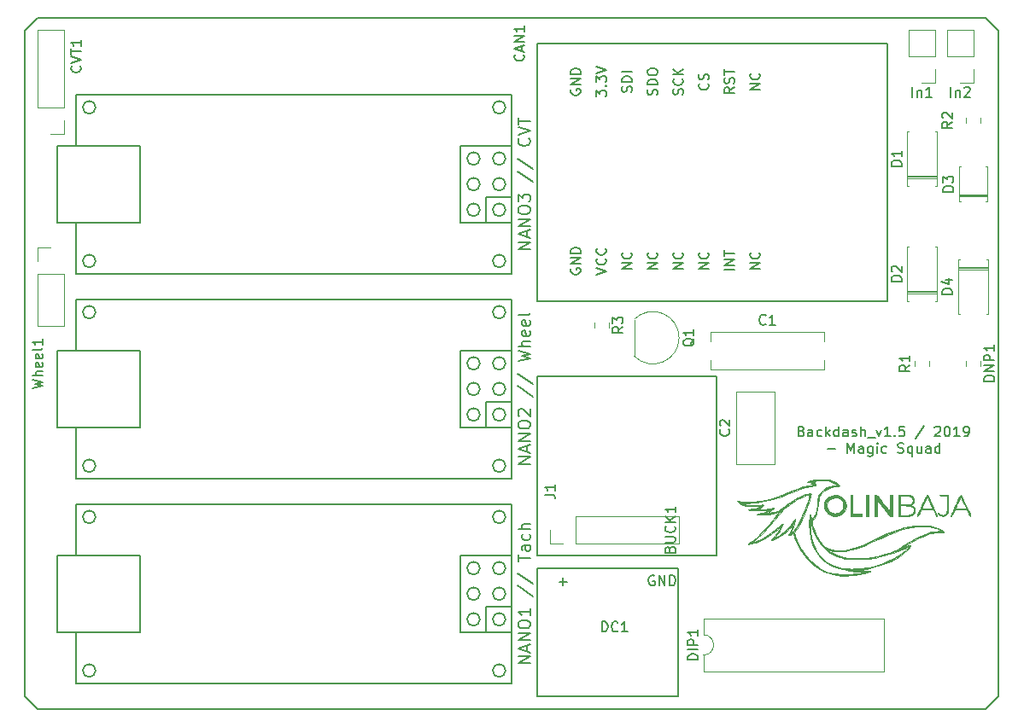
<source format=gto>
G04 #@! TF.GenerationSoftware,KiCad,Pcbnew,6.0.0-rc1-unknown-7c960aa~66~ubuntu18.04.1*
G04 #@! TF.CreationDate,2019-03-05T20:53:04-05:00*
G04 #@! TF.ProjectId,backdash_v1.5,6261636B646173685F76312E352E6B69,rev?*
G04 #@! TF.SameCoordinates,Original*
G04 #@! TF.FileFunction,Legend,Top*
G04 #@! TF.FilePolarity,Positive*
%FSLAX46Y46*%
G04 Gerber Fmt 4.6, Leading zero omitted, Abs format (unit mm)*
G04 Created by KiCad (PCBNEW 6.0.0-rc1-unknown-7c960aa~66~ubuntu18.04.1) date Tue 05 Mar 2019 08:53:04 PM EST*
%MOMM*%
%LPD*%
G01*
G04 APERTURE LIST*
%ADD10C,0.150000*%
%ADD11C,0.010000*%
%ADD12C,0.120000*%
G04 APERTURE END LIST*
D10*
X139200952Y-58793571D02*
X139343809Y-58841190D01*
X139391428Y-58888809D01*
X139439047Y-58984047D01*
X139439047Y-59126904D01*
X139391428Y-59222142D01*
X139343809Y-59269761D01*
X139248571Y-59317380D01*
X138867619Y-59317380D01*
X138867619Y-58317380D01*
X139200952Y-58317380D01*
X139296190Y-58365000D01*
X139343809Y-58412619D01*
X139391428Y-58507857D01*
X139391428Y-58603095D01*
X139343809Y-58698333D01*
X139296190Y-58745952D01*
X139200952Y-58793571D01*
X138867619Y-58793571D01*
X140296190Y-59317380D02*
X140296190Y-58793571D01*
X140248571Y-58698333D01*
X140153333Y-58650714D01*
X139962857Y-58650714D01*
X139867619Y-58698333D01*
X140296190Y-59269761D02*
X140200952Y-59317380D01*
X139962857Y-59317380D01*
X139867619Y-59269761D01*
X139820000Y-59174523D01*
X139820000Y-59079285D01*
X139867619Y-58984047D01*
X139962857Y-58936428D01*
X140200952Y-58936428D01*
X140296190Y-58888809D01*
X141200952Y-59269761D02*
X141105714Y-59317380D01*
X140915238Y-59317380D01*
X140820000Y-59269761D01*
X140772380Y-59222142D01*
X140724761Y-59126904D01*
X140724761Y-58841190D01*
X140772380Y-58745952D01*
X140820000Y-58698333D01*
X140915238Y-58650714D01*
X141105714Y-58650714D01*
X141200952Y-58698333D01*
X141629523Y-59317380D02*
X141629523Y-58317380D01*
X141724761Y-58936428D02*
X142010476Y-59317380D01*
X142010476Y-58650714D02*
X141629523Y-59031666D01*
X142867619Y-59317380D02*
X142867619Y-58317380D01*
X142867619Y-59269761D02*
X142772380Y-59317380D01*
X142581904Y-59317380D01*
X142486666Y-59269761D01*
X142439047Y-59222142D01*
X142391428Y-59126904D01*
X142391428Y-58841190D01*
X142439047Y-58745952D01*
X142486666Y-58698333D01*
X142581904Y-58650714D01*
X142772380Y-58650714D01*
X142867619Y-58698333D01*
X143772380Y-59317380D02*
X143772380Y-58793571D01*
X143724761Y-58698333D01*
X143629523Y-58650714D01*
X143439047Y-58650714D01*
X143343809Y-58698333D01*
X143772380Y-59269761D02*
X143677142Y-59317380D01*
X143439047Y-59317380D01*
X143343809Y-59269761D01*
X143296190Y-59174523D01*
X143296190Y-59079285D01*
X143343809Y-58984047D01*
X143439047Y-58936428D01*
X143677142Y-58936428D01*
X143772380Y-58888809D01*
X144200952Y-59269761D02*
X144296190Y-59317380D01*
X144486666Y-59317380D01*
X144581904Y-59269761D01*
X144629523Y-59174523D01*
X144629523Y-59126904D01*
X144581904Y-59031666D01*
X144486666Y-58984047D01*
X144343809Y-58984047D01*
X144248571Y-58936428D01*
X144200952Y-58841190D01*
X144200952Y-58793571D01*
X144248571Y-58698333D01*
X144343809Y-58650714D01*
X144486666Y-58650714D01*
X144581904Y-58698333D01*
X145058095Y-59317380D02*
X145058095Y-58317380D01*
X145486666Y-59317380D02*
X145486666Y-58793571D01*
X145439047Y-58698333D01*
X145343809Y-58650714D01*
X145200952Y-58650714D01*
X145105714Y-58698333D01*
X145058095Y-58745952D01*
X145724761Y-59412619D02*
X146486666Y-59412619D01*
X146629523Y-58650714D02*
X146867619Y-59317380D01*
X147105714Y-58650714D01*
X148010476Y-59317380D02*
X147439047Y-59317380D01*
X147724761Y-59317380D02*
X147724761Y-58317380D01*
X147629523Y-58460238D01*
X147534285Y-58555476D01*
X147439047Y-58603095D01*
X148439047Y-59222142D02*
X148486666Y-59269761D01*
X148439047Y-59317380D01*
X148391428Y-59269761D01*
X148439047Y-59222142D01*
X148439047Y-59317380D01*
X149391428Y-58317380D02*
X148915238Y-58317380D01*
X148867619Y-58793571D01*
X148915238Y-58745952D01*
X149010476Y-58698333D01*
X149248571Y-58698333D01*
X149343809Y-58745952D01*
X149391428Y-58793571D01*
X149439047Y-58888809D01*
X149439047Y-59126904D01*
X149391428Y-59222142D01*
X149343809Y-59269761D01*
X149248571Y-59317380D01*
X149010476Y-59317380D01*
X148915238Y-59269761D01*
X148867619Y-59222142D01*
X151343809Y-58269761D02*
X150486666Y-59555476D01*
X152391428Y-58412619D02*
X152439047Y-58365000D01*
X152534285Y-58317380D01*
X152772380Y-58317380D01*
X152867619Y-58365000D01*
X152915238Y-58412619D01*
X152962857Y-58507857D01*
X152962857Y-58603095D01*
X152915238Y-58745952D01*
X152343809Y-59317380D01*
X152962857Y-59317380D01*
X153581904Y-58317380D02*
X153677142Y-58317380D01*
X153772380Y-58365000D01*
X153820000Y-58412619D01*
X153867619Y-58507857D01*
X153915238Y-58698333D01*
X153915238Y-58936428D01*
X153867619Y-59126904D01*
X153820000Y-59222142D01*
X153772380Y-59269761D01*
X153677142Y-59317380D01*
X153581904Y-59317380D01*
X153486666Y-59269761D01*
X153439047Y-59222142D01*
X153391428Y-59126904D01*
X153343809Y-58936428D01*
X153343809Y-58698333D01*
X153391428Y-58507857D01*
X153439047Y-58412619D01*
X153486666Y-58365000D01*
X153581904Y-58317380D01*
X154867619Y-59317380D02*
X154296190Y-59317380D01*
X154581904Y-59317380D02*
X154581904Y-58317380D01*
X154486666Y-58460238D01*
X154391428Y-58555476D01*
X154296190Y-58603095D01*
X155343809Y-59317380D02*
X155534285Y-59317380D01*
X155629523Y-59269761D01*
X155677142Y-59222142D01*
X155772380Y-59079285D01*
X155820000Y-58888809D01*
X155820000Y-58507857D01*
X155772380Y-58412619D01*
X155724761Y-58365000D01*
X155629523Y-58317380D01*
X155439047Y-58317380D01*
X155343809Y-58365000D01*
X155296190Y-58412619D01*
X155248571Y-58507857D01*
X155248571Y-58745952D01*
X155296190Y-58841190D01*
X155343809Y-58888809D01*
X155439047Y-58936428D01*
X155629523Y-58936428D01*
X155724761Y-58888809D01*
X155772380Y-58841190D01*
X155820000Y-58745952D01*
X141748571Y-60586428D02*
X142510476Y-60586428D01*
X143748571Y-60967380D02*
X143748571Y-59967380D01*
X144081904Y-60681666D01*
X144415238Y-59967380D01*
X144415238Y-60967380D01*
X145320000Y-60967380D02*
X145320000Y-60443571D01*
X145272380Y-60348333D01*
X145177142Y-60300714D01*
X144986666Y-60300714D01*
X144891428Y-60348333D01*
X145320000Y-60919761D02*
X145224761Y-60967380D01*
X144986666Y-60967380D01*
X144891428Y-60919761D01*
X144843809Y-60824523D01*
X144843809Y-60729285D01*
X144891428Y-60634047D01*
X144986666Y-60586428D01*
X145224761Y-60586428D01*
X145320000Y-60538809D01*
X146224761Y-60300714D02*
X146224761Y-61110238D01*
X146177142Y-61205476D01*
X146129523Y-61253095D01*
X146034285Y-61300714D01*
X145891428Y-61300714D01*
X145796190Y-61253095D01*
X146224761Y-60919761D02*
X146129523Y-60967380D01*
X145939047Y-60967380D01*
X145843809Y-60919761D01*
X145796190Y-60872142D01*
X145748571Y-60776904D01*
X145748571Y-60491190D01*
X145796190Y-60395952D01*
X145843809Y-60348333D01*
X145939047Y-60300714D01*
X146129523Y-60300714D01*
X146224761Y-60348333D01*
X146700952Y-60967380D02*
X146700952Y-60300714D01*
X146700952Y-59967380D02*
X146653333Y-60015000D01*
X146700952Y-60062619D01*
X146748571Y-60015000D01*
X146700952Y-59967380D01*
X146700952Y-60062619D01*
X147605714Y-60919761D02*
X147510476Y-60967380D01*
X147320000Y-60967380D01*
X147224761Y-60919761D01*
X147177142Y-60872142D01*
X147129523Y-60776904D01*
X147129523Y-60491190D01*
X147177142Y-60395952D01*
X147224761Y-60348333D01*
X147320000Y-60300714D01*
X147510476Y-60300714D01*
X147605714Y-60348333D01*
X148748571Y-60919761D02*
X148891428Y-60967380D01*
X149129523Y-60967380D01*
X149224761Y-60919761D01*
X149272380Y-60872142D01*
X149320000Y-60776904D01*
X149320000Y-60681666D01*
X149272380Y-60586428D01*
X149224761Y-60538809D01*
X149129523Y-60491190D01*
X148939047Y-60443571D01*
X148843809Y-60395952D01*
X148796190Y-60348333D01*
X148748571Y-60253095D01*
X148748571Y-60157857D01*
X148796190Y-60062619D01*
X148843809Y-60015000D01*
X148939047Y-59967380D01*
X149177142Y-59967380D01*
X149320000Y-60015000D01*
X150177142Y-60300714D02*
X150177142Y-61300714D01*
X150177142Y-60919761D02*
X150081904Y-60967380D01*
X149891428Y-60967380D01*
X149796190Y-60919761D01*
X149748571Y-60872142D01*
X149700952Y-60776904D01*
X149700952Y-60491190D01*
X149748571Y-60395952D01*
X149796190Y-60348333D01*
X149891428Y-60300714D01*
X150081904Y-60300714D01*
X150177142Y-60348333D01*
X151081904Y-60300714D02*
X151081904Y-60967380D01*
X150653333Y-60300714D02*
X150653333Y-60824523D01*
X150700952Y-60919761D01*
X150796190Y-60967380D01*
X150939047Y-60967380D01*
X151034285Y-60919761D01*
X151081904Y-60872142D01*
X151986666Y-60967380D02*
X151986666Y-60443571D01*
X151939047Y-60348333D01*
X151843809Y-60300714D01*
X151653333Y-60300714D01*
X151558095Y-60348333D01*
X151986666Y-60919761D02*
X151891428Y-60967380D01*
X151653333Y-60967380D01*
X151558095Y-60919761D01*
X151510476Y-60824523D01*
X151510476Y-60729285D01*
X151558095Y-60634047D01*
X151653333Y-60586428D01*
X151891428Y-60586428D01*
X151986666Y-60538809D01*
X152891428Y-60967380D02*
X152891428Y-59967380D01*
X152891428Y-60919761D02*
X152796190Y-60967380D01*
X152605714Y-60967380D01*
X152510476Y-60919761D01*
X152462857Y-60872142D01*
X152415238Y-60776904D01*
X152415238Y-60491190D01*
X152462857Y-60395952D01*
X152510476Y-60348333D01*
X152605714Y-60300714D01*
X152796190Y-60300714D01*
X152891428Y-60348333D01*
X62230000Y-19050000D02*
X63500000Y-17780000D01*
X62230000Y-85090000D02*
X62230000Y-19050000D01*
X63500000Y-86360000D02*
X62230000Y-85090000D01*
X157480000Y-86360000D02*
X63500000Y-86360000D01*
X158750000Y-85090000D02*
X157480000Y-86360000D01*
X158750000Y-19050000D02*
X158750000Y-85090000D01*
X157480000Y-17780000D02*
X158750000Y-19050000D01*
X63500000Y-17780000D02*
X157480000Y-17780000D01*
D11*
G04 #@! TO.C,G\002A\002A\002A*
G36*
X154995887Y-65156484D02*
X155056732Y-65266523D01*
X155142526Y-65433127D01*
X155246713Y-65642498D01*
X155362739Y-65880839D01*
X155484049Y-66134353D01*
X155604089Y-66389244D01*
X155716304Y-66631713D01*
X155814139Y-66847965D01*
X155891040Y-67024201D01*
X155940451Y-67146625D01*
X155956000Y-67199508D01*
X155940005Y-67247792D01*
X155895795Y-67217259D01*
X155829030Y-67115023D01*
X155745372Y-66948194D01*
X155731456Y-66917455D01*
X155586909Y-66594182D01*
X154362727Y-66594666D01*
X154216339Y-66917697D01*
X154140157Y-67071425D01*
X154071225Y-67185465D01*
X154022391Y-67239080D01*
X154016218Y-67240727D01*
X153975970Y-67212836D01*
X153977879Y-67197008D01*
X154022187Y-67085081D01*
X154095023Y-66916771D01*
X154189890Y-66705745D01*
X154294706Y-66477818D01*
X154432000Y-66477818D01*
X154475202Y-66487093D01*
X154592897Y-66494701D01*
X154767220Y-66499867D01*
X154980305Y-66501817D01*
X154985016Y-66501818D01*
X155538032Y-66501818D01*
X155373066Y-66143909D01*
X155277198Y-65934391D01*
X155178408Y-65716039D01*
X155096620Y-65532914D01*
X155090056Y-65518038D01*
X154972012Y-65250075D01*
X154702006Y-65851947D01*
X154605537Y-66068578D01*
X154524303Y-66254035D01*
X154465073Y-66392621D01*
X154434619Y-66468643D01*
X154432000Y-66477818D01*
X154294706Y-66477818D01*
X154300292Y-66465672D01*
X154419732Y-66210221D01*
X154541715Y-65953060D01*
X154659744Y-65707857D01*
X154767324Y-65488281D01*
X154857957Y-65308000D01*
X154925147Y-65180682D01*
X154962399Y-65119996D01*
X154966545Y-65116806D01*
X154995887Y-65156484D01*
X154995887Y-65156484D01*
G37*
X154995887Y-65156484D02*
X155056732Y-65266523D01*
X155142526Y-65433127D01*
X155246713Y-65642498D01*
X155362739Y-65880839D01*
X155484049Y-66134353D01*
X155604089Y-66389244D01*
X155716304Y-66631713D01*
X155814139Y-66847965D01*
X155891040Y-67024201D01*
X155940451Y-67146625D01*
X155956000Y-67199508D01*
X155940005Y-67247792D01*
X155895795Y-67217259D01*
X155829030Y-67115023D01*
X155745372Y-66948194D01*
X155731456Y-66917455D01*
X155586909Y-66594182D01*
X154362727Y-66594666D01*
X154216339Y-66917697D01*
X154140157Y-67071425D01*
X154071225Y-67185465D01*
X154022391Y-67239080D01*
X154016218Y-67240727D01*
X153975970Y-67212836D01*
X153977879Y-67197008D01*
X154022187Y-67085081D01*
X154095023Y-66916771D01*
X154189890Y-66705745D01*
X154294706Y-66477818D01*
X154432000Y-66477818D01*
X154475202Y-66487093D01*
X154592897Y-66494701D01*
X154767220Y-66499867D01*
X154980305Y-66501817D01*
X154985016Y-66501818D01*
X155538032Y-66501818D01*
X155373066Y-66143909D01*
X155277198Y-65934391D01*
X155178408Y-65716039D01*
X155096620Y-65532914D01*
X155090056Y-65518038D01*
X154972012Y-65250075D01*
X154702006Y-65851947D01*
X154605537Y-66068578D01*
X154524303Y-66254035D01*
X154465073Y-66392621D01*
X154434619Y-66468643D01*
X154432000Y-66477818D01*
X154294706Y-66477818D01*
X154300292Y-66465672D01*
X154419732Y-66210221D01*
X154541715Y-65953060D01*
X154659744Y-65707857D01*
X154767324Y-65488281D01*
X154857957Y-65308000D01*
X154925147Y-65180682D01*
X154962399Y-65119996D01*
X154966545Y-65116806D01*
X154995887Y-65156484D01*
G36*
X153693091Y-66915997D02*
X153566091Y-67053255D01*
X153393116Y-67180657D01*
X153192794Y-67220363D01*
X152968085Y-67171927D01*
X152918842Y-67150870D01*
X152775478Y-67066615D01*
X152692266Y-66979757D01*
X152680937Y-66904237D01*
X152694659Y-66884493D01*
X152744245Y-66891882D01*
X152824147Y-66949694D01*
X152827364Y-66952681D01*
X153007153Y-67075080D01*
X153191919Y-67120784D01*
X153363942Y-67089216D01*
X153505506Y-66979797D01*
X153509403Y-66974917D01*
X153542335Y-66925889D01*
X153566292Y-66865482D01*
X153582680Y-66779212D01*
X153592905Y-66652595D01*
X153598371Y-66471146D01*
X153600484Y-66220383D01*
X153600727Y-66033772D01*
X153600727Y-65208727D01*
X153231273Y-65208727D01*
X153048310Y-65203326D01*
X152919738Y-65188581D01*
X152863050Y-65166677D01*
X152861818Y-65162546D01*
X152905414Y-65140417D01*
X153026095Y-65124632D01*
X153208700Y-65116875D01*
X153277455Y-65116364D01*
X153693091Y-65116364D01*
X153693091Y-66915997D01*
X153693091Y-66915997D01*
G37*
X153693091Y-66915997D02*
X153566091Y-67053255D01*
X153393116Y-67180657D01*
X153192794Y-67220363D01*
X152968085Y-67171927D01*
X152918842Y-67150870D01*
X152775478Y-67066615D01*
X152692266Y-66979757D01*
X152680937Y-66904237D01*
X152694659Y-66884493D01*
X152744245Y-66891882D01*
X152824147Y-66949694D01*
X152827364Y-66952681D01*
X153007153Y-67075080D01*
X153191919Y-67120784D01*
X153363942Y-67089216D01*
X153505506Y-66979797D01*
X153509403Y-66974917D01*
X153542335Y-66925889D01*
X153566292Y-66865482D01*
X153582680Y-66779212D01*
X153592905Y-66652595D01*
X153598371Y-66471146D01*
X153600484Y-66220383D01*
X153600727Y-66033772D01*
X153600727Y-65208727D01*
X153231273Y-65208727D01*
X153048310Y-65203326D01*
X152919738Y-65188581D01*
X152863050Y-65166677D01*
X152861818Y-65162546D01*
X152905414Y-65140417D01*
X153026095Y-65124632D01*
X153208700Y-65116875D01*
X153277455Y-65116364D01*
X153693091Y-65116364D01*
X153693091Y-66915997D01*
G36*
X151670796Y-65156484D02*
X151731641Y-65266523D01*
X151817435Y-65433127D01*
X151921622Y-65642498D01*
X152037648Y-65880839D01*
X152158959Y-66134353D01*
X152278999Y-66389244D01*
X152391213Y-66631713D01*
X152489048Y-66847965D01*
X152565949Y-67024201D01*
X152615360Y-67146625D01*
X152630909Y-67199508D01*
X152614914Y-67247792D01*
X152570704Y-67217259D01*
X152503939Y-67115023D01*
X152420281Y-66948194D01*
X152406365Y-66917455D01*
X152261818Y-66594182D01*
X151037636Y-66594666D01*
X150891248Y-66917697D01*
X150815066Y-67071425D01*
X150746134Y-67185465D01*
X150697300Y-67239080D01*
X150691127Y-67240727D01*
X150650879Y-67212836D01*
X150652788Y-67197008D01*
X150697096Y-67085081D01*
X150769932Y-66916771D01*
X150864799Y-66705745D01*
X150969615Y-66477818D01*
X151106909Y-66477818D01*
X151150111Y-66487093D01*
X151267806Y-66494701D01*
X151442129Y-66499867D01*
X151655214Y-66501817D01*
X151659925Y-66501818D01*
X152212941Y-66501818D01*
X152047975Y-66143909D01*
X151952107Y-65934391D01*
X151853317Y-65716039D01*
X151771529Y-65532914D01*
X151764965Y-65518038D01*
X151646921Y-65250075D01*
X151376915Y-65851947D01*
X151280446Y-66068578D01*
X151199212Y-66254035D01*
X151139982Y-66392621D01*
X151109528Y-66468643D01*
X151106909Y-66477818D01*
X150969615Y-66477818D01*
X150975201Y-66465672D01*
X151094641Y-66210221D01*
X151216624Y-65953060D01*
X151334654Y-65707857D01*
X151442233Y-65488281D01*
X151532866Y-65308000D01*
X151600056Y-65180682D01*
X151637308Y-65119996D01*
X151641454Y-65116806D01*
X151670796Y-65156484D01*
X151670796Y-65156484D01*
G37*
X151670796Y-65156484D02*
X151731641Y-65266523D01*
X151817435Y-65433127D01*
X151921622Y-65642498D01*
X152037648Y-65880839D01*
X152158959Y-66134353D01*
X152278999Y-66389244D01*
X152391213Y-66631713D01*
X152489048Y-66847965D01*
X152565949Y-67024201D01*
X152615360Y-67146625D01*
X152630909Y-67199508D01*
X152614914Y-67247792D01*
X152570704Y-67217259D01*
X152503939Y-67115023D01*
X152420281Y-66948194D01*
X152406365Y-66917455D01*
X152261818Y-66594182D01*
X151037636Y-66594666D01*
X150891248Y-66917697D01*
X150815066Y-67071425D01*
X150746134Y-67185465D01*
X150697300Y-67239080D01*
X150691127Y-67240727D01*
X150650879Y-67212836D01*
X150652788Y-67197008D01*
X150697096Y-67085081D01*
X150769932Y-66916771D01*
X150864799Y-66705745D01*
X150969615Y-66477818D01*
X151106909Y-66477818D01*
X151150111Y-66487093D01*
X151267806Y-66494701D01*
X151442129Y-66499867D01*
X151655214Y-66501817D01*
X151659925Y-66501818D01*
X152212941Y-66501818D01*
X152047975Y-66143909D01*
X151952107Y-65934391D01*
X151853317Y-65716039D01*
X151771529Y-65532914D01*
X151764965Y-65518038D01*
X151646921Y-65250075D01*
X151376915Y-65851947D01*
X151280446Y-66068578D01*
X151199212Y-66254035D01*
X151139982Y-66392621D01*
X151109528Y-66468643D01*
X151106909Y-66477818D01*
X150969615Y-66477818D01*
X150975201Y-66465672D01*
X151094641Y-66210221D01*
X151216624Y-65953060D01*
X151334654Y-65707857D01*
X151442233Y-65488281D01*
X151532866Y-65308000D01*
X151600056Y-65180682D01*
X151637308Y-65119996D01*
X151641454Y-65116806D01*
X151670796Y-65156484D01*
G36*
X149688442Y-65127912D02*
X149942307Y-65165837D01*
X150123820Y-65235058D01*
X150241725Y-65340495D01*
X150304764Y-65487069D01*
X150321818Y-65661283D01*
X150305548Y-65817293D01*
X150243125Y-65935331D01*
X150186396Y-65997800D01*
X150050974Y-66133222D01*
X150190034Y-66205133D01*
X150327542Y-66324031D01*
X150415996Y-66497100D01*
X150441596Y-66693140D01*
X150434037Y-66756826D01*
X150373770Y-66925366D01*
X150259012Y-67054429D01*
X150082278Y-67147155D01*
X149836079Y-67206686D01*
X149512928Y-67236162D01*
X149280454Y-67240727D01*
X148844000Y-67240727D01*
X148844000Y-67148364D01*
X148936364Y-67148364D01*
X149317364Y-67147235D01*
X149528385Y-67140655D01*
X149732878Y-67124335D01*
X149890559Y-67101623D01*
X149905500Y-67098379D01*
X150128682Y-67015155D01*
X150275502Y-66889139D01*
X150341893Y-66726096D01*
X150323788Y-66531787D01*
X150318127Y-66513726D01*
X150246365Y-66381464D01*
X150124413Y-66285704D01*
X149942012Y-66222670D01*
X149688901Y-66188587D01*
X149409727Y-66179560D01*
X148936364Y-66178546D01*
X148936364Y-67148364D01*
X148844000Y-67148364D01*
X148844000Y-65208727D01*
X148936364Y-65208727D01*
X148936364Y-66086182D01*
X149400475Y-66086182D01*
X149674293Y-66079181D01*
X149868311Y-66057281D01*
X149994094Y-66019134D01*
X149999470Y-66016431D01*
X150151105Y-65897050D01*
X150222381Y-65734004D01*
X150229455Y-65647455D01*
X150203897Y-65484215D01*
X150122092Y-65362757D01*
X149976342Y-65279123D01*
X149758950Y-65229353D01*
X149462217Y-65209486D01*
X149376574Y-65208727D01*
X148936364Y-65208727D01*
X148844000Y-65208727D01*
X148844000Y-65116364D01*
X149353483Y-65116364D01*
X149688442Y-65127912D01*
X149688442Y-65127912D01*
G37*
X149688442Y-65127912D02*
X149942307Y-65165837D01*
X150123820Y-65235058D01*
X150241725Y-65340495D01*
X150304764Y-65487069D01*
X150321818Y-65661283D01*
X150305548Y-65817293D01*
X150243125Y-65935331D01*
X150186396Y-65997800D01*
X150050974Y-66133222D01*
X150190034Y-66205133D01*
X150327542Y-66324031D01*
X150415996Y-66497100D01*
X150441596Y-66693140D01*
X150434037Y-66756826D01*
X150373770Y-66925366D01*
X150259012Y-67054429D01*
X150082278Y-67147155D01*
X149836079Y-67206686D01*
X149512928Y-67236162D01*
X149280454Y-67240727D01*
X148844000Y-67240727D01*
X148844000Y-67148364D01*
X148936364Y-67148364D01*
X149317364Y-67147235D01*
X149528385Y-67140655D01*
X149732878Y-67124335D01*
X149890559Y-67101623D01*
X149905500Y-67098379D01*
X150128682Y-67015155D01*
X150275502Y-66889139D01*
X150341893Y-66726096D01*
X150323788Y-66531787D01*
X150318127Y-66513726D01*
X150246365Y-66381464D01*
X150124413Y-66285704D01*
X149942012Y-66222670D01*
X149688901Y-66188587D01*
X149409727Y-66179560D01*
X148936364Y-66178546D01*
X148936364Y-67148364D01*
X148844000Y-67148364D01*
X148844000Y-65208727D01*
X148936364Y-65208727D01*
X148936364Y-66086182D01*
X149400475Y-66086182D01*
X149674293Y-66079181D01*
X149868311Y-66057281D01*
X149994094Y-66019134D01*
X149999470Y-66016431D01*
X150151105Y-65897050D01*
X150222381Y-65734004D01*
X150229455Y-65647455D01*
X150203897Y-65484215D01*
X150122092Y-65362757D01*
X149976342Y-65279123D01*
X149758950Y-65229353D01*
X149462217Y-65209486D01*
X149376574Y-65208727D01*
X148936364Y-65208727D01*
X148844000Y-65208727D01*
X148844000Y-65116364D01*
X149353483Y-65116364D01*
X149688442Y-65127912D01*
G36*
X146578814Y-65124983D02*
X146631166Y-65138782D01*
X146690133Y-65175229D01*
X146763899Y-65243393D01*
X146860648Y-65352344D01*
X146988561Y-65511152D01*
X147155823Y-65728886D01*
X147317723Y-65943933D01*
X147920364Y-66748412D01*
X147920364Y-65116364D01*
X148197455Y-65116364D01*
X148197455Y-67240727D01*
X148060943Y-67240727D01*
X148011279Y-67234519D01*
X147958682Y-67209899D01*
X147894821Y-67157872D01*
X147811370Y-67069444D01*
X147700000Y-66935621D01*
X147552383Y-66747408D01*
X147360190Y-66495811D01*
X147310488Y-66430255D01*
X146696545Y-65619783D01*
X146671323Y-67240727D01*
X146442545Y-67240727D01*
X146442545Y-65110512D01*
X146578814Y-65124983D01*
X146578814Y-65124983D01*
G37*
X146578814Y-65124983D02*
X146631166Y-65138782D01*
X146690133Y-65175229D01*
X146763899Y-65243393D01*
X146860648Y-65352344D01*
X146988561Y-65511152D01*
X147155823Y-65728886D01*
X147317723Y-65943933D01*
X147920364Y-66748412D01*
X147920364Y-65116364D01*
X148197455Y-65116364D01*
X148197455Y-67240727D01*
X148060943Y-67240727D01*
X148011279Y-67234519D01*
X147958682Y-67209899D01*
X147894821Y-67157872D01*
X147811370Y-67069444D01*
X147700000Y-66935621D01*
X147552383Y-66747408D01*
X147360190Y-66495811D01*
X147310488Y-66430255D01*
X146696545Y-65619783D01*
X146671323Y-67240727D01*
X146442545Y-67240727D01*
X146442545Y-65110512D01*
X146578814Y-65124983D01*
G36*
X145842182Y-67240727D02*
X145565091Y-67240727D01*
X145565091Y-65116364D01*
X145842182Y-65116364D01*
X145842182Y-67240727D01*
X145842182Y-67240727D01*
G37*
X145842182Y-67240727D02*
X145565091Y-67240727D01*
X145565091Y-65116364D01*
X145842182Y-65116364D01*
X145842182Y-67240727D01*
G36*
X144272000Y-66963636D02*
X145195636Y-66963636D01*
X145195636Y-67240727D01*
X144041091Y-67240727D01*
X144041091Y-65116364D01*
X144272000Y-65116364D01*
X144272000Y-66963636D01*
X144272000Y-66963636D01*
G37*
X144272000Y-66963636D02*
X145195636Y-66963636D01*
X145195636Y-67240727D01*
X144041091Y-67240727D01*
X144041091Y-65116364D01*
X144272000Y-65116364D01*
X144272000Y-66963636D01*
G36*
X142724117Y-65134166D02*
X142999171Y-65218022D01*
X143252923Y-65378498D01*
X143260340Y-65384792D01*
X143459469Y-65611621D01*
X143581940Y-65875171D01*
X143626334Y-66158588D01*
X143591231Y-66445016D01*
X143475209Y-66717601D01*
X143383547Y-66846924D01*
X143173022Y-67033404D01*
X142908782Y-67160970D01*
X142612944Y-67223437D01*
X142307623Y-67214623D01*
X142172319Y-67185556D01*
X142001640Y-67103521D01*
X141808151Y-66951202D01*
X141750831Y-66896128D01*
X141556763Y-66653287D01*
X141451438Y-66396701D01*
X141439858Y-66235122D01*
X141709637Y-66235122D01*
X141766548Y-66457269D01*
X141888280Y-66652042D01*
X142061138Y-66808408D01*
X142271428Y-66915334D01*
X142505453Y-66961787D01*
X142749521Y-66936734D01*
X142854114Y-66901243D01*
X143020755Y-66795826D01*
X143174135Y-66638111D01*
X143287364Y-66459941D01*
X143328441Y-66339536D01*
X143335248Y-66075900D01*
X143262055Y-65835591D01*
X143120755Y-65632615D01*
X142923242Y-65480979D01*
X142681407Y-65394687D01*
X142513813Y-65380152D01*
X142249902Y-65426254D01*
X142022305Y-65550849D01*
X141845219Y-65742753D01*
X141732838Y-65990783D01*
X141731242Y-65996634D01*
X141709637Y-66235122D01*
X141439858Y-66235122D01*
X141431275Y-66115382D01*
X141449988Y-65972621D01*
X141544025Y-65697041D01*
X141704998Y-65469429D01*
X141918200Y-65294560D01*
X142168925Y-65177210D01*
X142442466Y-65122154D01*
X142724117Y-65134166D01*
X142724117Y-65134166D01*
G37*
X142724117Y-65134166D02*
X142999171Y-65218022D01*
X143252923Y-65378498D01*
X143260340Y-65384792D01*
X143459469Y-65611621D01*
X143581940Y-65875171D01*
X143626334Y-66158588D01*
X143591231Y-66445016D01*
X143475209Y-66717601D01*
X143383547Y-66846924D01*
X143173022Y-67033404D01*
X142908782Y-67160970D01*
X142612944Y-67223437D01*
X142307623Y-67214623D01*
X142172319Y-67185556D01*
X142001640Y-67103521D01*
X141808151Y-66951202D01*
X141750831Y-66896128D01*
X141556763Y-66653287D01*
X141451438Y-66396701D01*
X141439858Y-66235122D01*
X141709637Y-66235122D01*
X141766548Y-66457269D01*
X141888280Y-66652042D01*
X142061138Y-66808408D01*
X142271428Y-66915334D01*
X142505453Y-66961787D01*
X142749521Y-66936734D01*
X142854114Y-66901243D01*
X143020755Y-66795826D01*
X143174135Y-66638111D01*
X143287364Y-66459941D01*
X143328441Y-66339536D01*
X143335248Y-66075900D01*
X143262055Y-65835591D01*
X143120755Y-65632615D01*
X142923242Y-65480979D01*
X142681407Y-65394687D01*
X142513813Y-65380152D01*
X142249902Y-65426254D01*
X142022305Y-65550849D01*
X141845219Y-65742753D01*
X141732838Y-65990783D01*
X141731242Y-65996634D01*
X141709637Y-66235122D01*
X141439858Y-66235122D01*
X141431275Y-66115382D01*
X141449988Y-65972621D01*
X141544025Y-65697041D01*
X141704998Y-65469429D01*
X141918200Y-65294560D01*
X142168925Y-65177210D01*
X142442466Y-65122154D01*
X142724117Y-65134166D01*
G36*
X141515910Y-63563397D02*
X141982486Y-63638841D01*
X142375390Y-63779179D01*
X142558662Y-63873968D01*
X142729083Y-63976276D01*
X142867965Y-64073316D01*
X142956620Y-64152299D01*
X142978909Y-64192167D01*
X142936400Y-64212812D01*
X142822461Y-64239231D01*
X142657475Y-64267117D01*
X142561518Y-64280354D01*
X142118748Y-64363229D01*
X141751980Y-64490719D01*
X141454181Y-64666988D01*
X141218319Y-64896201D01*
X141037359Y-65182524D01*
X141037049Y-65183153D01*
X140971649Y-65324748D01*
X140926039Y-65453249D01*
X140894727Y-65594232D01*
X140872220Y-65773271D01*
X140853025Y-66015943D01*
X140850650Y-66051049D01*
X140801003Y-66512634D01*
X140719416Y-66903655D01*
X140607498Y-67219451D01*
X140466858Y-67455363D01*
X140317617Y-67595162D01*
X140240421Y-67660611D01*
X140219101Y-67740324D01*
X140231474Y-67837274D01*
X140289108Y-68077443D01*
X140378521Y-68368855D01*
X140488788Y-68680858D01*
X140608986Y-68982795D01*
X140728190Y-69244011D01*
X140743700Y-69274657D01*
X140983166Y-69689696D01*
X141236037Y-70019135D01*
X141513003Y-70269697D01*
X141824754Y-70448107D01*
X142181979Y-70561086D01*
X142595368Y-70615360D01*
X142886545Y-70622461D01*
X143352077Y-70593001D01*
X143850581Y-70510660D01*
X144388113Y-70373511D01*
X144970726Y-70179626D01*
X145604475Y-69927077D01*
X146295415Y-69613937D01*
X146742727Y-69394772D01*
X147442833Y-69059892D01*
X148096525Y-68783667D01*
X148722582Y-68559322D01*
X149339783Y-68380084D01*
X149921410Y-68248110D01*
X150295512Y-68190257D01*
X150704232Y-68155075D01*
X151123202Y-68142568D01*
X151528049Y-68152742D01*
X151894405Y-68185604D01*
X152197897Y-68241158D01*
X152222390Y-68247567D01*
X152438654Y-68315550D01*
X152663315Y-68402289D01*
X152879384Y-68499222D01*
X153069874Y-68597789D01*
X153217800Y-68689431D01*
X153306174Y-68765588D01*
X153323636Y-68802508D01*
X153280528Y-68815304D01*
X153163491Y-68826204D01*
X152990959Y-68833973D01*
X152804091Y-68837267D01*
X152477384Y-68851412D01*
X152169250Y-68893248D01*
X151859895Y-68968343D01*
X151529523Y-69082265D01*
X151158339Y-69240582D01*
X150852909Y-69386067D01*
X150587561Y-69521321D01*
X150311892Y-69670062D01*
X150041949Y-69822817D01*
X149793779Y-69970110D01*
X149583430Y-70102467D01*
X149426949Y-70210416D01*
X149352000Y-70272176D01*
X149313780Y-70315841D01*
X149341843Y-70316531D01*
X149408154Y-70293134D01*
X149529796Y-70241735D01*
X149679028Y-70171446D01*
X149721465Y-70150176D01*
X149868622Y-70087922D01*
X149947988Y-70087548D01*
X149961612Y-70150494D01*
X149911545Y-70278198D01*
X149909530Y-70282164D01*
X149801726Y-70440493D01*
X149631154Y-70628394D01*
X149415470Y-70830020D01*
X149172328Y-71029521D01*
X148919384Y-71211048D01*
X148770630Y-71304524D01*
X148037337Y-71692376D01*
X147262323Y-72017661D01*
X146464685Y-72274104D01*
X145663518Y-72455425D01*
X144995048Y-72545701D01*
X144789965Y-72566011D01*
X144621244Y-72585991D01*
X144508679Y-72603090D01*
X144472224Y-72613109D01*
X144497349Y-72630806D01*
X144596632Y-72647245D01*
X144751867Y-72661520D01*
X144944850Y-72672721D01*
X145157375Y-72679940D01*
X145371236Y-72682269D01*
X145568230Y-72678801D01*
X145676273Y-72673174D01*
X145858332Y-72663948D01*
X145987432Y-72664834D01*
X146047870Y-72675384D01*
X146047855Y-72683771D01*
X145981511Y-72715492D01*
X145843981Y-72762581D01*
X145654108Y-72819776D01*
X145430734Y-72881812D01*
X145192702Y-72943426D01*
X144958855Y-72999351D01*
X144780000Y-73037971D01*
X144577894Y-73068420D01*
X144311247Y-73093787D01*
X144003178Y-73113341D01*
X143676806Y-73126354D01*
X143355252Y-73132096D01*
X143061635Y-73129838D01*
X142819074Y-73118850D01*
X142682641Y-73104140D01*
X142030158Y-72955464D01*
X141411108Y-72722340D01*
X140830823Y-72408308D01*
X140294636Y-72016906D01*
X139807880Y-71551671D01*
X139375887Y-71016142D01*
X139245593Y-70823570D01*
X139011726Y-70429594D01*
X138790490Y-69996846D01*
X138602048Y-69566410D01*
X138518468Y-69342000D01*
X138459374Y-69172271D01*
X138412047Y-69039807D01*
X138384119Y-68965836D01*
X138380270Y-68957595D01*
X138336746Y-68966326D01*
X138244465Y-69007332D01*
X138228767Y-69015322D01*
X138101102Y-69066360D01*
X137989474Y-69087995D01*
X137988255Y-69088000D01*
X137921786Y-69082024D01*
X137918557Y-69047329D01*
X137962954Y-68974042D01*
X138028946Y-68852722D01*
X138109059Y-68676514D01*
X138189342Y-68478524D01*
X138255839Y-68291857D01*
X138270897Y-68243412D01*
X138275969Y-68198462D01*
X138245597Y-68204718D01*
X138172569Y-68267714D01*
X138049676Y-68392981D01*
X137981414Y-68465539D01*
X137805538Y-68643215D01*
X137613275Y-68820610D01*
X137436114Y-68969214D01*
X137371077Y-69018122D01*
X137220366Y-69117108D01*
X137033224Y-69227583D01*
X136829431Y-69339347D01*
X136628767Y-69442200D01*
X136451013Y-69525945D01*
X136315947Y-69580382D01*
X136250352Y-69596000D01*
X136194514Y-69572608D01*
X136217567Y-69503167D01*
X136318979Y-69388782D01*
X136374943Y-69336475D01*
X136613504Y-69082317D01*
X136853164Y-68753371D01*
X137001616Y-68510727D01*
X137133860Y-68279818D01*
X136858293Y-68516391D01*
X136299464Y-68954325D01*
X135719596Y-69329514D01*
X135135893Y-69631439D01*
X134822337Y-69761372D01*
X134643090Y-69823618D01*
X134445966Y-69883846D01*
X134251931Y-69936713D01*
X134081951Y-69976873D01*
X133956991Y-69998983D01*
X133898017Y-69997698D01*
X133897384Y-69997141D01*
X133924601Y-69964140D01*
X134012840Y-69888657D01*
X134148113Y-69782107D01*
X134159021Y-69773918D01*
X134389336Y-69773918D01*
X134425068Y-69774034D01*
X134529620Y-69742065D01*
X134710927Y-69676163D01*
X134722855Y-69671678D01*
X135308777Y-69412061D01*
X135890770Y-69080409D01*
X136441300Y-68693982D01*
X136883447Y-68317092D01*
X137084480Y-68133630D01*
X137225864Y-68019651D01*
X137309866Y-67976101D01*
X137338755Y-68003928D01*
X137314799Y-68104078D01*
X137240268Y-68277500D01*
X137163701Y-68434094D01*
X137055582Y-68638290D01*
X136941467Y-68827468D01*
X136804056Y-69028136D01*
X136626052Y-69266801D01*
X136587981Y-69316341D01*
X136592399Y-69333513D01*
X136658588Y-69308846D01*
X136771063Y-69251121D01*
X136914339Y-69169120D01*
X137072928Y-69071624D01*
X137231347Y-68967416D01*
X137344727Y-68887202D01*
X137750854Y-68537514D01*
X138110822Y-68126923D01*
X138297896Y-67856252D01*
X138395003Y-67703974D01*
X138473625Y-67587238D01*
X138521449Y-67524059D01*
X138529236Y-67517818D01*
X138540464Y-67558570D01*
X138527518Y-67668376D01*
X138495120Y-67828563D01*
X138447991Y-68020459D01*
X138390854Y-68225390D01*
X138328430Y-68424684D01*
X138265441Y-68599668D01*
X138240214Y-68660818D01*
X138189996Y-68790603D01*
X138167731Y-68878589D01*
X138174262Y-68903273D01*
X138234646Y-68867574D01*
X138332425Y-68771586D01*
X138453911Y-68631971D01*
X138585416Y-68465392D01*
X138713252Y-68288510D01*
X138823730Y-68117987D01*
X138835109Y-68098849D01*
X139000980Y-67789860D01*
X139180008Y-67408593D01*
X139365077Y-66972881D01*
X139549071Y-66500555D01*
X139724871Y-66009450D01*
X139885361Y-65517397D01*
X139947188Y-65312361D01*
X140018458Y-65069631D01*
X139893865Y-65098923D01*
X139706654Y-65154626D01*
X139466605Y-65242662D01*
X139201996Y-65351183D01*
X138941102Y-65468342D01*
X138712197Y-65582289D01*
X138625023Y-65630600D01*
X138044393Y-66016018D01*
X137484585Y-66486778D01*
X136943519Y-67044825D01*
X136419114Y-67692107D01*
X136411334Y-67702546D01*
X135870838Y-68374030D01*
X135307226Y-68968777D01*
X134864931Y-69367014D01*
X134699181Y-69505424D01*
X134557844Y-69623530D01*
X134457029Y-69707867D01*
X134414491Y-69743568D01*
X134389336Y-69773918D01*
X134159021Y-69773918D01*
X134306904Y-69662908D01*
X134632991Y-69402411D01*
X134990827Y-69080486D01*
X135363658Y-68714312D01*
X135734733Y-68321067D01*
X136087299Y-67917930D01*
X136404606Y-67522078D01*
X136439023Y-67476540D01*
X136592479Y-67267934D01*
X136717551Y-67089744D01*
X136807206Y-66952710D01*
X136854412Y-66867572D01*
X136852706Y-66844838D01*
X136604513Y-66921202D01*
X136293779Y-66987368D01*
X135950101Y-67039628D01*
X135603074Y-67074276D01*
X135282292Y-67087603D01*
X135017350Y-67075903D01*
X135012545Y-67075356D01*
X134735455Y-67043310D01*
X135174182Y-66943375D01*
X135390231Y-66888510D01*
X135600003Y-66825419D01*
X135786825Y-66760373D01*
X135934027Y-66699643D01*
X136024935Y-66649501D01*
X136043157Y-66616490D01*
X135988860Y-66611730D01*
X135873543Y-66623771D01*
X135775717Y-66640142D01*
X135607832Y-66661211D01*
X135381376Y-66674867D01*
X135119038Y-66681332D01*
X134843504Y-66680829D01*
X134577461Y-66673581D01*
X134343596Y-66659811D01*
X134164596Y-66639741D01*
X134088909Y-66623573D01*
X133904182Y-66567698D01*
X134377231Y-66489841D01*
X134597045Y-66447874D01*
X134801191Y-66398714D01*
X134960292Y-66349905D01*
X135020573Y-66324619D01*
X135190866Y-66237253D01*
X134629732Y-66260363D01*
X134148831Y-66257728D01*
X133727663Y-66208926D01*
X133372340Y-66115469D01*
X133088976Y-65978868D01*
X133022728Y-65924546D01*
X133231881Y-65924546D01*
X133416077Y-66002679D01*
X133786561Y-66116020D01*
X134216220Y-66169623D01*
X134693004Y-66162554D01*
X135012472Y-66126480D01*
X135182233Y-66104723D01*
X135313897Y-66094382D01*
X135383322Y-66097198D01*
X135387555Y-66099434D01*
X135391879Y-66160607D01*
X135338038Y-66248597D01*
X135244772Y-66339063D01*
X135161267Y-66393354D01*
X135019937Y-66456208D01*
X134850956Y-66517726D01*
X134804727Y-66532140D01*
X134725647Y-66557170D01*
X134695560Y-66573344D01*
X134723579Y-66581641D01*
X134818819Y-66583042D01*
X134990392Y-66578526D01*
X135174182Y-66571864D01*
X135427710Y-66557410D01*
X135677240Y-66534780D01*
X135892120Y-66507219D01*
X136028545Y-66481382D01*
X136191803Y-66444248D01*
X136329661Y-66418662D01*
X136396950Y-66411100D01*
X136451690Y-66415911D01*
X136446777Y-66445758D01*
X136378396Y-66519263D01*
X136373859Y-66523801D01*
X136275205Y-66603994D01*
X136126426Y-66704424D01*
X135959687Y-66803384D01*
X135959273Y-66803612D01*
X135659091Y-66969077D01*
X135930509Y-66939209D01*
X136417253Y-66855084D01*
X136839887Y-66714410D01*
X137211010Y-66512081D01*
X137460182Y-66319406D01*
X137641677Y-66166853D01*
X137854785Y-65998475D01*
X138054397Y-65849881D01*
X138060545Y-65845503D01*
X138300310Y-65687141D01*
X138562036Y-65534773D01*
X138834889Y-65392493D01*
X139108039Y-65264393D01*
X139370650Y-65154568D01*
X139611891Y-65067111D01*
X139820929Y-65006114D01*
X139986930Y-64975671D01*
X140099062Y-64979875D01*
X140146491Y-65022819D01*
X140143020Y-65058636D01*
X140119427Y-65135274D01*
X140075802Y-65277348D01*
X140019168Y-65461980D01*
X139977181Y-65598951D01*
X139732229Y-66347886D01*
X139480961Y-67017651D01*
X139224747Y-67605175D01*
X138964959Y-68107383D01*
X138702970Y-68521205D01*
X138625757Y-68625568D01*
X138466337Y-68832771D01*
X138591476Y-69202840D01*
X138856923Y-69868932D01*
X139185308Y-70490693D01*
X139570225Y-71060227D01*
X140005268Y-71569639D01*
X140484033Y-72011032D01*
X141000112Y-72376511D01*
X141302817Y-72544971D01*
X141893293Y-72791119D01*
X142522359Y-72954187D01*
X143187758Y-73033936D01*
X143887236Y-73030128D01*
X144618536Y-72942525D01*
X144780000Y-72912664D01*
X145311091Y-72808470D01*
X144895455Y-72774461D01*
X144646665Y-72748461D01*
X144375291Y-72711371D01*
X144135376Y-72670675D01*
X144110364Y-72665722D01*
X143897770Y-72623972D01*
X143636485Y-72574477D01*
X143368836Y-72525196D01*
X143245701Y-72503097D01*
X142638742Y-72355216D01*
X142092714Y-72137990D01*
X141607823Y-71851668D01*
X141184274Y-71496498D01*
X140822269Y-71072729D01*
X140522015Y-70580609D01*
X140283715Y-70020388D01*
X140107575Y-69392312D01*
X139993799Y-68696632D01*
X139976868Y-68531396D01*
X139957552Y-68255367D01*
X139953196Y-68118182D01*
X140071911Y-68118182D01*
X140105096Y-68719368D01*
X140206254Y-69324323D01*
X140369373Y-69907102D01*
X140588438Y-70441756D01*
X140629306Y-70523089D01*
X140930136Y-71011653D01*
X141291359Y-71430583D01*
X141713290Y-71780107D01*
X142196244Y-72060449D01*
X142740534Y-72271836D01*
X143232909Y-72393889D01*
X143466939Y-72424423D01*
X143770683Y-72442365D01*
X144122437Y-72448296D01*
X144500496Y-72442792D01*
X144883155Y-72426432D01*
X145248708Y-72399796D01*
X145575451Y-72363460D01*
X145806864Y-72325298D01*
X146294170Y-72209282D01*
X146794408Y-72057615D01*
X147294917Y-71876448D01*
X147783039Y-71671932D01*
X148246113Y-71450216D01*
X148671481Y-71217451D01*
X149046484Y-70979786D01*
X149358462Y-70743373D01*
X149594755Y-70514361D01*
X149635639Y-70465187D01*
X149719651Y-70356693D01*
X149749103Y-70305445D01*
X149727480Y-70296839D01*
X149672203Y-70311942D01*
X149554234Y-70356457D01*
X149414502Y-70419227D01*
X149398182Y-70427253D01*
X149103125Y-70560188D01*
X148736188Y-70703225D01*
X148316436Y-70850329D01*
X147862933Y-70995461D01*
X147394740Y-71132587D01*
X146930923Y-71255669D01*
X146490544Y-71358672D01*
X146389426Y-71379947D01*
X146175954Y-71422237D01*
X145990686Y-71454047D01*
X145814128Y-71476901D01*
X145626786Y-71492326D01*
X145409166Y-71501847D01*
X145141777Y-71506989D01*
X144805123Y-71509279D01*
X144733818Y-71509511D01*
X144387666Y-71509771D01*
X144117336Y-71507475D01*
X143906297Y-71501426D01*
X143738017Y-71490424D01*
X143595965Y-71473270D01*
X143463610Y-71448765D01*
X143324420Y-71415711D01*
X143279091Y-71404009D01*
X142680476Y-71208779D01*
X142145551Y-70951162D01*
X141682186Y-70635654D01*
X141892441Y-70635654D01*
X141931735Y-70678631D01*
X142053395Y-70759659D01*
X142150171Y-70817642D01*
X142641188Y-71064872D01*
X143171602Y-71251053D01*
X143760146Y-71382590D01*
X143840888Y-71395850D01*
X144060089Y-71417569D01*
X144348526Y-71427275D01*
X144683972Y-71425822D01*
X145044202Y-71414063D01*
X145406987Y-71392851D01*
X145750102Y-71363039D01*
X146051319Y-71325481D01*
X146165455Y-71306612D01*
X146573311Y-71222872D01*
X147027914Y-71113659D01*
X147493900Y-70988433D01*
X147935906Y-70856655D01*
X148288599Y-70738617D01*
X148705344Y-70549486D01*
X149009249Y-70358000D01*
X149213455Y-70358000D01*
X149236545Y-70381091D01*
X149259636Y-70358000D01*
X149236545Y-70334909D01*
X149213455Y-70358000D01*
X149009249Y-70358000D01*
X149051818Y-70331178D01*
X149764039Y-69850923D01*
X150468119Y-69444076D01*
X150806727Y-69272359D01*
X151263664Y-69064393D01*
X151668670Y-68911159D01*
X152039810Y-68807124D01*
X152395148Y-68746754D01*
X152573724Y-68731143D01*
X152777610Y-68714970D01*
X152897526Y-68693557D01*
X152932648Y-68662377D01*
X152882150Y-68616903D01*
X152745208Y-68552606D01*
X152525533Y-68466666D01*
X152204282Y-68363771D01*
X151870251Y-68296043D01*
X151497119Y-68259475D01*
X151102380Y-68249894D01*
X150588252Y-68271160D01*
X150066438Y-68335391D01*
X149527233Y-68445429D01*
X148960937Y-68604117D01*
X148357845Y-68814296D01*
X147708254Y-69078810D01*
X147002462Y-69400500D01*
X146737740Y-69528409D01*
X146310700Y-69735446D01*
X145948786Y-69905708D01*
X145635686Y-70045999D01*
X145355091Y-70163125D01*
X145090691Y-70263890D01*
X144826175Y-70355101D01*
X144545233Y-70443563D01*
X144542180Y-70444489D01*
X144040300Y-70577413D01*
X143547527Y-70671372D01*
X143079103Y-70725048D01*
X142650269Y-70737122D01*
X142276266Y-70706276D01*
X142058331Y-70659334D01*
X141934858Y-70629598D01*
X141892441Y-70635654D01*
X141682186Y-70635654D01*
X141672090Y-70628780D01*
X141257869Y-70239254D01*
X140900662Y-69780208D01*
X140598244Y-69249265D01*
X140348391Y-68644045D01*
X140182323Y-68095091D01*
X140073996Y-67679455D01*
X140071911Y-68118182D01*
X139953196Y-68118182D01*
X139948682Y-67976055D01*
X139949539Y-67708600D01*
X139959402Y-67468145D01*
X139977552Y-67269831D01*
X140003269Y-67128801D01*
X140035834Y-67060196D01*
X140046992Y-67056000D01*
X140087948Y-67099819D01*
X140122824Y-67221841D01*
X140137280Y-67314411D01*
X140169566Y-67572821D01*
X140285641Y-67464502D01*
X140448557Y-67259700D01*
X140577730Y-66979243D01*
X140674226Y-66619733D01*
X140739110Y-66177770D01*
X140757716Y-65959247D01*
X140794853Y-65595528D01*
X140855807Y-65303939D01*
X140949558Y-65065443D01*
X141085085Y-64861006D01*
X141271367Y-64671593D01*
X141423475Y-64547854D01*
X141683120Y-64393684D01*
X142008920Y-64270690D01*
X142377561Y-64187116D01*
X142487379Y-64171646D01*
X142757849Y-64138669D01*
X142582357Y-64019419D01*
X142226141Y-63832653D01*
X141810398Y-63716106D01*
X141334802Y-63669689D01*
X141270182Y-63668809D01*
X141078717Y-63672992D01*
X140880690Y-63685806D01*
X140690590Y-63704977D01*
X140522909Y-63728230D01*
X140392138Y-63753288D01*
X140312767Y-63777877D01*
X140299289Y-63799722D01*
X140346545Y-63813830D01*
X140483560Y-63854620D01*
X140546336Y-63916814D01*
X140526187Y-63991036D01*
X140501309Y-64041823D01*
X140552095Y-64054182D01*
X140612657Y-64087010D01*
X140615474Y-64131731D01*
X140590925Y-64168341D01*
X140523681Y-64200332D01*
X140400136Y-64231483D01*
X140206682Y-64265571D01*
X140046361Y-64289737D01*
X139556030Y-64377730D01*
X139106904Y-64497411D01*
X138662919Y-64660106D01*
X138209502Y-64866562D01*
X137729128Y-65080433D01*
X137194455Y-65280240D01*
X136623599Y-65461688D01*
X136034678Y-65620478D01*
X135445809Y-65752315D01*
X134875108Y-65852903D01*
X134340694Y-65917944D01*
X133860682Y-65943143D01*
X133679720Y-65940814D01*
X133231881Y-65924546D01*
X133022728Y-65924546D01*
X132915253Y-65836419D01*
X132840741Y-65735783D01*
X132842373Y-65681107D01*
X132913750Y-65676910D01*
X133048470Y-65727710D01*
X133060709Y-65733743D01*
X133152559Y-65774470D01*
X133249090Y-65802067D01*
X133370207Y-65818838D01*
X133535814Y-65827085D01*
X133765819Y-65829114D01*
X133881091Y-65828696D01*
X134439983Y-65798777D01*
X135052460Y-65718272D01*
X135698394Y-65592248D01*
X136357655Y-65425773D01*
X137010115Y-65223914D01*
X137635645Y-64991739D01*
X138199091Y-64741650D01*
X138775608Y-64490754D01*
X139333143Y-64311800D01*
X139898410Y-64196460D01*
X139989659Y-64183578D01*
X140181361Y-64156627D01*
X140291171Y-64136325D01*
X140329010Y-64119257D01*
X140304801Y-64102007D01*
X140262557Y-64089612D01*
X140164239Y-64049521D01*
X140115754Y-64003086D01*
X140129760Y-63968542D01*
X140173364Y-63961111D01*
X140197404Y-63945145D01*
X140161818Y-63915636D01*
X140072165Y-63886256D01*
X139939169Y-63870809D01*
X139910127Y-63870162D01*
X139796354Y-63861778D01*
X139762414Y-63839943D01*
X139797281Y-63807804D01*
X139889927Y-63768506D01*
X140029326Y-63725195D01*
X140204451Y-63681017D01*
X140404275Y-63639117D01*
X140617771Y-63602642D01*
X140833912Y-63574738D01*
X140993091Y-63561203D01*
X141515910Y-63563397D01*
X141515910Y-63563397D01*
G37*
X141515910Y-63563397D02*
X141982486Y-63638841D01*
X142375390Y-63779179D01*
X142558662Y-63873968D01*
X142729083Y-63976276D01*
X142867965Y-64073316D01*
X142956620Y-64152299D01*
X142978909Y-64192167D01*
X142936400Y-64212812D01*
X142822461Y-64239231D01*
X142657475Y-64267117D01*
X142561518Y-64280354D01*
X142118748Y-64363229D01*
X141751980Y-64490719D01*
X141454181Y-64666988D01*
X141218319Y-64896201D01*
X141037359Y-65182524D01*
X141037049Y-65183153D01*
X140971649Y-65324748D01*
X140926039Y-65453249D01*
X140894727Y-65594232D01*
X140872220Y-65773271D01*
X140853025Y-66015943D01*
X140850650Y-66051049D01*
X140801003Y-66512634D01*
X140719416Y-66903655D01*
X140607498Y-67219451D01*
X140466858Y-67455363D01*
X140317617Y-67595162D01*
X140240421Y-67660611D01*
X140219101Y-67740324D01*
X140231474Y-67837274D01*
X140289108Y-68077443D01*
X140378521Y-68368855D01*
X140488788Y-68680858D01*
X140608986Y-68982795D01*
X140728190Y-69244011D01*
X140743700Y-69274657D01*
X140983166Y-69689696D01*
X141236037Y-70019135D01*
X141513003Y-70269697D01*
X141824754Y-70448107D01*
X142181979Y-70561086D01*
X142595368Y-70615360D01*
X142886545Y-70622461D01*
X143352077Y-70593001D01*
X143850581Y-70510660D01*
X144388113Y-70373511D01*
X144970726Y-70179626D01*
X145604475Y-69927077D01*
X146295415Y-69613937D01*
X146742727Y-69394772D01*
X147442833Y-69059892D01*
X148096525Y-68783667D01*
X148722582Y-68559322D01*
X149339783Y-68380084D01*
X149921410Y-68248110D01*
X150295512Y-68190257D01*
X150704232Y-68155075D01*
X151123202Y-68142568D01*
X151528049Y-68152742D01*
X151894405Y-68185604D01*
X152197897Y-68241158D01*
X152222390Y-68247567D01*
X152438654Y-68315550D01*
X152663315Y-68402289D01*
X152879384Y-68499222D01*
X153069874Y-68597789D01*
X153217800Y-68689431D01*
X153306174Y-68765588D01*
X153323636Y-68802508D01*
X153280528Y-68815304D01*
X153163491Y-68826204D01*
X152990959Y-68833973D01*
X152804091Y-68837267D01*
X152477384Y-68851412D01*
X152169250Y-68893248D01*
X151859895Y-68968343D01*
X151529523Y-69082265D01*
X151158339Y-69240582D01*
X150852909Y-69386067D01*
X150587561Y-69521321D01*
X150311892Y-69670062D01*
X150041949Y-69822817D01*
X149793779Y-69970110D01*
X149583430Y-70102467D01*
X149426949Y-70210416D01*
X149352000Y-70272176D01*
X149313780Y-70315841D01*
X149341843Y-70316531D01*
X149408154Y-70293134D01*
X149529796Y-70241735D01*
X149679028Y-70171446D01*
X149721465Y-70150176D01*
X149868622Y-70087922D01*
X149947988Y-70087548D01*
X149961612Y-70150494D01*
X149911545Y-70278198D01*
X149909530Y-70282164D01*
X149801726Y-70440493D01*
X149631154Y-70628394D01*
X149415470Y-70830020D01*
X149172328Y-71029521D01*
X148919384Y-71211048D01*
X148770630Y-71304524D01*
X148037337Y-71692376D01*
X147262323Y-72017661D01*
X146464685Y-72274104D01*
X145663518Y-72455425D01*
X144995048Y-72545701D01*
X144789965Y-72566011D01*
X144621244Y-72585991D01*
X144508679Y-72603090D01*
X144472224Y-72613109D01*
X144497349Y-72630806D01*
X144596632Y-72647245D01*
X144751867Y-72661520D01*
X144944850Y-72672721D01*
X145157375Y-72679940D01*
X145371236Y-72682269D01*
X145568230Y-72678801D01*
X145676273Y-72673174D01*
X145858332Y-72663948D01*
X145987432Y-72664834D01*
X146047870Y-72675384D01*
X146047855Y-72683771D01*
X145981511Y-72715492D01*
X145843981Y-72762581D01*
X145654108Y-72819776D01*
X145430734Y-72881812D01*
X145192702Y-72943426D01*
X144958855Y-72999351D01*
X144780000Y-73037971D01*
X144577894Y-73068420D01*
X144311247Y-73093787D01*
X144003178Y-73113341D01*
X143676806Y-73126354D01*
X143355252Y-73132096D01*
X143061635Y-73129838D01*
X142819074Y-73118850D01*
X142682641Y-73104140D01*
X142030158Y-72955464D01*
X141411108Y-72722340D01*
X140830823Y-72408308D01*
X140294636Y-72016906D01*
X139807880Y-71551671D01*
X139375887Y-71016142D01*
X139245593Y-70823570D01*
X139011726Y-70429594D01*
X138790490Y-69996846D01*
X138602048Y-69566410D01*
X138518468Y-69342000D01*
X138459374Y-69172271D01*
X138412047Y-69039807D01*
X138384119Y-68965836D01*
X138380270Y-68957595D01*
X138336746Y-68966326D01*
X138244465Y-69007332D01*
X138228767Y-69015322D01*
X138101102Y-69066360D01*
X137989474Y-69087995D01*
X137988255Y-69088000D01*
X137921786Y-69082024D01*
X137918557Y-69047329D01*
X137962954Y-68974042D01*
X138028946Y-68852722D01*
X138109059Y-68676514D01*
X138189342Y-68478524D01*
X138255839Y-68291857D01*
X138270897Y-68243412D01*
X138275969Y-68198462D01*
X138245597Y-68204718D01*
X138172569Y-68267714D01*
X138049676Y-68392981D01*
X137981414Y-68465539D01*
X137805538Y-68643215D01*
X137613275Y-68820610D01*
X137436114Y-68969214D01*
X137371077Y-69018122D01*
X137220366Y-69117108D01*
X137033224Y-69227583D01*
X136829431Y-69339347D01*
X136628767Y-69442200D01*
X136451013Y-69525945D01*
X136315947Y-69580382D01*
X136250352Y-69596000D01*
X136194514Y-69572608D01*
X136217567Y-69503167D01*
X136318979Y-69388782D01*
X136374943Y-69336475D01*
X136613504Y-69082317D01*
X136853164Y-68753371D01*
X137001616Y-68510727D01*
X137133860Y-68279818D01*
X136858293Y-68516391D01*
X136299464Y-68954325D01*
X135719596Y-69329514D01*
X135135893Y-69631439D01*
X134822337Y-69761372D01*
X134643090Y-69823618D01*
X134445966Y-69883846D01*
X134251931Y-69936713D01*
X134081951Y-69976873D01*
X133956991Y-69998983D01*
X133898017Y-69997698D01*
X133897384Y-69997141D01*
X133924601Y-69964140D01*
X134012840Y-69888657D01*
X134148113Y-69782107D01*
X134159021Y-69773918D01*
X134389336Y-69773918D01*
X134425068Y-69774034D01*
X134529620Y-69742065D01*
X134710927Y-69676163D01*
X134722855Y-69671678D01*
X135308777Y-69412061D01*
X135890770Y-69080409D01*
X136441300Y-68693982D01*
X136883447Y-68317092D01*
X137084480Y-68133630D01*
X137225864Y-68019651D01*
X137309866Y-67976101D01*
X137338755Y-68003928D01*
X137314799Y-68104078D01*
X137240268Y-68277500D01*
X137163701Y-68434094D01*
X137055582Y-68638290D01*
X136941467Y-68827468D01*
X136804056Y-69028136D01*
X136626052Y-69266801D01*
X136587981Y-69316341D01*
X136592399Y-69333513D01*
X136658588Y-69308846D01*
X136771063Y-69251121D01*
X136914339Y-69169120D01*
X137072928Y-69071624D01*
X137231347Y-68967416D01*
X137344727Y-68887202D01*
X137750854Y-68537514D01*
X138110822Y-68126923D01*
X138297896Y-67856252D01*
X138395003Y-67703974D01*
X138473625Y-67587238D01*
X138521449Y-67524059D01*
X138529236Y-67517818D01*
X138540464Y-67558570D01*
X138527518Y-67668376D01*
X138495120Y-67828563D01*
X138447991Y-68020459D01*
X138390854Y-68225390D01*
X138328430Y-68424684D01*
X138265441Y-68599668D01*
X138240214Y-68660818D01*
X138189996Y-68790603D01*
X138167731Y-68878589D01*
X138174262Y-68903273D01*
X138234646Y-68867574D01*
X138332425Y-68771586D01*
X138453911Y-68631971D01*
X138585416Y-68465392D01*
X138713252Y-68288510D01*
X138823730Y-68117987D01*
X138835109Y-68098849D01*
X139000980Y-67789860D01*
X139180008Y-67408593D01*
X139365077Y-66972881D01*
X139549071Y-66500555D01*
X139724871Y-66009450D01*
X139885361Y-65517397D01*
X139947188Y-65312361D01*
X140018458Y-65069631D01*
X139893865Y-65098923D01*
X139706654Y-65154626D01*
X139466605Y-65242662D01*
X139201996Y-65351183D01*
X138941102Y-65468342D01*
X138712197Y-65582289D01*
X138625023Y-65630600D01*
X138044393Y-66016018D01*
X137484585Y-66486778D01*
X136943519Y-67044825D01*
X136419114Y-67692107D01*
X136411334Y-67702546D01*
X135870838Y-68374030D01*
X135307226Y-68968777D01*
X134864931Y-69367014D01*
X134699181Y-69505424D01*
X134557844Y-69623530D01*
X134457029Y-69707867D01*
X134414491Y-69743568D01*
X134389336Y-69773918D01*
X134159021Y-69773918D01*
X134306904Y-69662908D01*
X134632991Y-69402411D01*
X134990827Y-69080486D01*
X135363658Y-68714312D01*
X135734733Y-68321067D01*
X136087299Y-67917930D01*
X136404606Y-67522078D01*
X136439023Y-67476540D01*
X136592479Y-67267934D01*
X136717551Y-67089744D01*
X136807206Y-66952710D01*
X136854412Y-66867572D01*
X136852706Y-66844838D01*
X136604513Y-66921202D01*
X136293779Y-66987368D01*
X135950101Y-67039628D01*
X135603074Y-67074276D01*
X135282292Y-67087603D01*
X135017350Y-67075903D01*
X135012545Y-67075356D01*
X134735455Y-67043310D01*
X135174182Y-66943375D01*
X135390231Y-66888510D01*
X135600003Y-66825419D01*
X135786825Y-66760373D01*
X135934027Y-66699643D01*
X136024935Y-66649501D01*
X136043157Y-66616490D01*
X135988860Y-66611730D01*
X135873543Y-66623771D01*
X135775717Y-66640142D01*
X135607832Y-66661211D01*
X135381376Y-66674867D01*
X135119038Y-66681332D01*
X134843504Y-66680829D01*
X134577461Y-66673581D01*
X134343596Y-66659811D01*
X134164596Y-66639741D01*
X134088909Y-66623573D01*
X133904182Y-66567698D01*
X134377231Y-66489841D01*
X134597045Y-66447874D01*
X134801191Y-66398714D01*
X134960292Y-66349905D01*
X135020573Y-66324619D01*
X135190866Y-66237253D01*
X134629732Y-66260363D01*
X134148831Y-66257728D01*
X133727663Y-66208926D01*
X133372340Y-66115469D01*
X133088976Y-65978868D01*
X133022728Y-65924546D01*
X133231881Y-65924546D01*
X133416077Y-66002679D01*
X133786561Y-66116020D01*
X134216220Y-66169623D01*
X134693004Y-66162554D01*
X135012472Y-66126480D01*
X135182233Y-66104723D01*
X135313897Y-66094382D01*
X135383322Y-66097198D01*
X135387555Y-66099434D01*
X135391879Y-66160607D01*
X135338038Y-66248597D01*
X135244772Y-66339063D01*
X135161267Y-66393354D01*
X135019937Y-66456208D01*
X134850956Y-66517726D01*
X134804727Y-66532140D01*
X134725647Y-66557170D01*
X134695560Y-66573344D01*
X134723579Y-66581641D01*
X134818819Y-66583042D01*
X134990392Y-66578526D01*
X135174182Y-66571864D01*
X135427710Y-66557410D01*
X135677240Y-66534780D01*
X135892120Y-66507219D01*
X136028545Y-66481382D01*
X136191803Y-66444248D01*
X136329661Y-66418662D01*
X136396950Y-66411100D01*
X136451690Y-66415911D01*
X136446777Y-66445758D01*
X136378396Y-66519263D01*
X136373859Y-66523801D01*
X136275205Y-66603994D01*
X136126426Y-66704424D01*
X135959687Y-66803384D01*
X135959273Y-66803612D01*
X135659091Y-66969077D01*
X135930509Y-66939209D01*
X136417253Y-66855084D01*
X136839887Y-66714410D01*
X137211010Y-66512081D01*
X137460182Y-66319406D01*
X137641677Y-66166853D01*
X137854785Y-65998475D01*
X138054397Y-65849881D01*
X138060545Y-65845503D01*
X138300310Y-65687141D01*
X138562036Y-65534773D01*
X138834889Y-65392493D01*
X139108039Y-65264393D01*
X139370650Y-65154568D01*
X139611891Y-65067111D01*
X139820929Y-65006114D01*
X139986930Y-64975671D01*
X140099062Y-64979875D01*
X140146491Y-65022819D01*
X140143020Y-65058636D01*
X140119427Y-65135274D01*
X140075802Y-65277348D01*
X140019168Y-65461980D01*
X139977181Y-65598951D01*
X139732229Y-66347886D01*
X139480961Y-67017651D01*
X139224747Y-67605175D01*
X138964959Y-68107383D01*
X138702970Y-68521205D01*
X138625757Y-68625568D01*
X138466337Y-68832771D01*
X138591476Y-69202840D01*
X138856923Y-69868932D01*
X139185308Y-70490693D01*
X139570225Y-71060227D01*
X140005268Y-71569639D01*
X140484033Y-72011032D01*
X141000112Y-72376511D01*
X141302817Y-72544971D01*
X141893293Y-72791119D01*
X142522359Y-72954187D01*
X143187758Y-73033936D01*
X143887236Y-73030128D01*
X144618536Y-72942525D01*
X144780000Y-72912664D01*
X145311091Y-72808470D01*
X144895455Y-72774461D01*
X144646665Y-72748461D01*
X144375291Y-72711371D01*
X144135376Y-72670675D01*
X144110364Y-72665722D01*
X143897770Y-72623972D01*
X143636485Y-72574477D01*
X143368836Y-72525196D01*
X143245701Y-72503097D01*
X142638742Y-72355216D01*
X142092714Y-72137990D01*
X141607823Y-71851668D01*
X141184274Y-71496498D01*
X140822269Y-71072729D01*
X140522015Y-70580609D01*
X140283715Y-70020388D01*
X140107575Y-69392312D01*
X139993799Y-68696632D01*
X139976868Y-68531396D01*
X139957552Y-68255367D01*
X139953196Y-68118182D01*
X140071911Y-68118182D01*
X140105096Y-68719368D01*
X140206254Y-69324323D01*
X140369373Y-69907102D01*
X140588438Y-70441756D01*
X140629306Y-70523089D01*
X140930136Y-71011653D01*
X141291359Y-71430583D01*
X141713290Y-71780107D01*
X142196244Y-72060449D01*
X142740534Y-72271836D01*
X143232909Y-72393889D01*
X143466939Y-72424423D01*
X143770683Y-72442365D01*
X144122437Y-72448296D01*
X144500496Y-72442792D01*
X144883155Y-72426432D01*
X145248708Y-72399796D01*
X145575451Y-72363460D01*
X145806864Y-72325298D01*
X146294170Y-72209282D01*
X146794408Y-72057615D01*
X147294917Y-71876448D01*
X147783039Y-71671932D01*
X148246113Y-71450216D01*
X148671481Y-71217451D01*
X149046484Y-70979786D01*
X149358462Y-70743373D01*
X149594755Y-70514361D01*
X149635639Y-70465187D01*
X149719651Y-70356693D01*
X149749103Y-70305445D01*
X149727480Y-70296839D01*
X149672203Y-70311942D01*
X149554234Y-70356457D01*
X149414502Y-70419227D01*
X149398182Y-70427253D01*
X149103125Y-70560188D01*
X148736188Y-70703225D01*
X148316436Y-70850329D01*
X147862933Y-70995461D01*
X147394740Y-71132587D01*
X146930923Y-71255669D01*
X146490544Y-71358672D01*
X146389426Y-71379947D01*
X146175954Y-71422237D01*
X145990686Y-71454047D01*
X145814128Y-71476901D01*
X145626786Y-71492326D01*
X145409166Y-71501847D01*
X145141777Y-71506989D01*
X144805123Y-71509279D01*
X144733818Y-71509511D01*
X144387666Y-71509771D01*
X144117336Y-71507475D01*
X143906297Y-71501426D01*
X143738017Y-71490424D01*
X143595965Y-71473270D01*
X143463610Y-71448765D01*
X143324420Y-71415711D01*
X143279091Y-71404009D01*
X142680476Y-71208779D01*
X142145551Y-70951162D01*
X141682186Y-70635654D01*
X141892441Y-70635654D01*
X141931735Y-70678631D01*
X142053395Y-70759659D01*
X142150171Y-70817642D01*
X142641188Y-71064872D01*
X143171602Y-71251053D01*
X143760146Y-71382590D01*
X143840888Y-71395850D01*
X144060089Y-71417569D01*
X144348526Y-71427275D01*
X144683972Y-71425822D01*
X145044202Y-71414063D01*
X145406987Y-71392851D01*
X145750102Y-71363039D01*
X146051319Y-71325481D01*
X146165455Y-71306612D01*
X146573311Y-71222872D01*
X147027914Y-71113659D01*
X147493900Y-70988433D01*
X147935906Y-70856655D01*
X148288599Y-70738617D01*
X148705344Y-70549486D01*
X149009249Y-70358000D01*
X149213455Y-70358000D01*
X149236545Y-70381091D01*
X149259636Y-70358000D01*
X149236545Y-70334909D01*
X149213455Y-70358000D01*
X149009249Y-70358000D01*
X149051818Y-70331178D01*
X149764039Y-69850923D01*
X150468119Y-69444076D01*
X150806727Y-69272359D01*
X151263664Y-69064393D01*
X151668670Y-68911159D01*
X152039810Y-68807124D01*
X152395148Y-68746754D01*
X152573724Y-68731143D01*
X152777610Y-68714970D01*
X152897526Y-68693557D01*
X152932648Y-68662377D01*
X152882150Y-68616903D01*
X152745208Y-68552606D01*
X152525533Y-68466666D01*
X152204282Y-68363771D01*
X151870251Y-68296043D01*
X151497119Y-68259475D01*
X151102380Y-68249894D01*
X150588252Y-68271160D01*
X150066438Y-68335391D01*
X149527233Y-68445429D01*
X148960937Y-68604117D01*
X148357845Y-68814296D01*
X147708254Y-69078810D01*
X147002462Y-69400500D01*
X146737740Y-69528409D01*
X146310700Y-69735446D01*
X145948786Y-69905708D01*
X145635686Y-70045999D01*
X145355091Y-70163125D01*
X145090691Y-70263890D01*
X144826175Y-70355101D01*
X144545233Y-70443563D01*
X144542180Y-70444489D01*
X144040300Y-70577413D01*
X143547527Y-70671372D01*
X143079103Y-70725048D01*
X142650269Y-70737122D01*
X142276266Y-70706276D01*
X142058331Y-70659334D01*
X141934858Y-70629598D01*
X141892441Y-70635654D01*
X141682186Y-70635654D01*
X141672090Y-70628780D01*
X141257869Y-70239254D01*
X140900662Y-69780208D01*
X140598244Y-69249265D01*
X140348391Y-68644045D01*
X140182323Y-68095091D01*
X140073996Y-67679455D01*
X140071911Y-68118182D01*
X139953196Y-68118182D01*
X139948682Y-67976055D01*
X139949539Y-67708600D01*
X139959402Y-67468145D01*
X139977552Y-67269831D01*
X140003269Y-67128801D01*
X140035834Y-67060196D01*
X140046992Y-67056000D01*
X140087948Y-67099819D01*
X140122824Y-67221841D01*
X140137280Y-67314411D01*
X140169566Y-67572821D01*
X140285641Y-67464502D01*
X140448557Y-67259700D01*
X140577730Y-66979243D01*
X140674226Y-66619733D01*
X140739110Y-66177770D01*
X140757716Y-65959247D01*
X140794853Y-65595528D01*
X140855807Y-65303939D01*
X140949558Y-65065443D01*
X141085085Y-64861006D01*
X141271367Y-64671593D01*
X141423475Y-64547854D01*
X141683120Y-64393684D01*
X142008920Y-64270690D01*
X142377561Y-64187116D01*
X142487379Y-64171646D01*
X142757849Y-64138669D01*
X142582357Y-64019419D01*
X142226141Y-63832653D01*
X141810398Y-63716106D01*
X141334802Y-63669689D01*
X141270182Y-63668809D01*
X141078717Y-63672992D01*
X140880690Y-63685806D01*
X140690590Y-63704977D01*
X140522909Y-63728230D01*
X140392138Y-63753288D01*
X140312767Y-63777877D01*
X140299289Y-63799722D01*
X140346545Y-63813830D01*
X140483560Y-63854620D01*
X140546336Y-63916814D01*
X140526187Y-63991036D01*
X140501309Y-64041823D01*
X140552095Y-64054182D01*
X140612657Y-64087010D01*
X140615474Y-64131731D01*
X140590925Y-64168341D01*
X140523681Y-64200332D01*
X140400136Y-64231483D01*
X140206682Y-64265571D01*
X140046361Y-64289737D01*
X139556030Y-64377730D01*
X139106904Y-64497411D01*
X138662919Y-64660106D01*
X138209502Y-64866562D01*
X137729128Y-65080433D01*
X137194455Y-65280240D01*
X136623599Y-65461688D01*
X136034678Y-65620478D01*
X135445809Y-65752315D01*
X134875108Y-65852903D01*
X134340694Y-65917944D01*
X133860682Y-65943143D01*
X133679720Y-65940814D01*
X133231881Y-65924546D01*
X133022728Y-65924546D01*
X132915253Y-65836419D01*
X132840741Y-65735783D01*
X132842373Y-65681107D01*
X132913750Y-65676910D01*
X133048470Y-65727710D01*
X133060709Y-65733743D01*
X133152559Y-65774470D01*
X133249090Y-65802067D01*
X133370207Y-65818838D01*
X133535814Y-65827085D01*
X133765819Y-65829114D01*
X133881091Y-65828696D01*
X134439983Y-65798777D01*
X135052460Y-65718272D01*
X135698394Y-65592248D01*
X136357655Y-65425773D01*
X137010115Y-65223914D01*
X137635645Y-64991739D01*
X138199091Y-64741650D01*
X138775608Y-64490754D01*
X139333143Y-64311800D01*
X139898410Y-64196460D01*
X139989659Y-64183578D01*
X140181361Y-64156627D01*
X140291171Y-64136325D01*
X140329010Y-64119257D01*
X140304801Y-64102007D01*
X140262557Y-64089612D01*
X140164239Y-64049521D01*
X140115754Y-64003086D01*
X140129760Y-63968542D01*
X140173364Y-63961111D01*
X140197404Y-63945145D01*
X140161818Y-63915636D01*
X140072165Y-63886256D01*
X139939169Y-63870809D01*
X139910127Y-63870162D01*
X139796354Y-63861778D01*
X139762414Y-63839943D01*
X139797281Y-63807804D01*
X139889927Y-63768506D01*
X140029326Y-63725195D01*
X140204451Y-63681017D01*
X140404275Y-63639117D01*
X140617771Y-63602642D01*
X140833912Y-63574738D01*
X140993091Y-63561203D01*
X141515910Y-63563397D01*
D10*
G04 #@! TO.C,NANO2 // Wheel*
X67310000Y-50800000D02*
X67310000Y-45720000D01*
X67310000Y-63500000D02*
X67310000Y-58420000D01*
X65405000Y-58420000D02*
X65405000Y-50800000D01*
X65405000Y-50800000D02*
X73660000Y-50800000D01*
X73660000Y-50800000D02*
X73660000Y-58420000D01*
X73660000Y-58420000D02*
X65405000Y-58420000D01*
X109855000Y-54610000D02*
G75*
G03X109855000Y-54610000I-635000J0D01*
G01*
X109855000Y-52070000D02*
G75*
G03X109855000Y-52070000I-635000J0D01*
G01*
X107315000Y-52070000D02*
G75*
G03X107315000Y-52070000I-635000J0D01*
G01*
X107315000Y-54610000D02*
G75*
G03X107315000Y-54610000I-635000J0D01*
G01*
X107315000Y-57150000D02*
G75*
G03X107315000Y-57150000I-635000J0D01*
G01*
X109855000Y-57150000D02*
G75*
G03X109855000Y-57150000I-635000J0D01*
G01*
X69215000Y-46990000D02*
G75*
G03X69215000Y-46990000I-635000J0D01*
G01*
X69215000Y-62230000D02*
G75*
G03X69215000Y-62230000I-635000J0D01*
G01*
X109855000Y-46990000D02*
G75*
G03X109855000Y-46990000I-635000J0D01*
G01*
X109855000Y-62230000D02*
G75*
G03X109855000Y-62230000I-635000J0D01*
G01*
X107950000Y-58420000D02*
X107950000Y-55880000D01*
X107950000Y-55880000D02*
X110490000Y-55880000D01*
X105410000Y-58420000D02*
X110490000Y-58420000D01*
X110490000Y-50800000D02*
X105410000Y-50800000D01*
X105410000Y-50800000D02*
X105410000Y-58420000D01*
X110490000Y-63500000D02*
X110490000Y-45720000D01*
X110490000Y-45720000D02*
X67310000Y-45720000D01*
X67310000Y-63500000D02*
X110490000Y-63500000D01*
G04 #@! TO.C,CAN1*
X113030000Y-20320000D02*
X147740000Y-20320000D01*
X113030000Y-20320000D02*
X113030000Y-45880000D01*
X147740000Y-45880000D02*
X113030000Y-45880000D01*
X147740000Y-20320000D02*
X147740000Y-45880000D01*
G04 #@! TO.C,BUCK1*
X130810000Y-71120000D02*
X113030000Y-71120000D01*
X130810000Y-53340000D02*
X130810000Y-71120000D01*
X113030000Y-53340000D02*
X130810000Y-53340000D01*
X113030000Y-71120000D02*
X113030000Y-53340000D01*
D12*
X114240000Y-69910000D02*
X114240000Y-68580000D01*
X127060000Y-69910000D02*
X127060000Y-67250000D01*
X115570000Y-69910000D02*
X114240000Y-69910000D01*
X116840000Y-67250000D02*
X127060000Y-67250000D01*
X116840000Y-69910000D02*
X127060000Y-69910000D01*
X116840000Y-69910000D02*
X116840000Y-67250000D01*
D10*
G04 #@! TO.C,DC1*
X127000000Y-85090000D02*
X113030000Y-85090000D01*
X113030000Y-85090000D02*
X113030000Y-72390000D01*
X113030000Y-72390000D02*
X127000000Y-72390000D01*
X127000000Y-72390000D02*
X127000000Y-85090000D01*
G04 #@! TO.C,NANO3 // CVT*
X67310000Y-43180000D02*
X110490000Y-43180000D01*
X110490000Y-25400000D02*
X67310000Y-25400000D01*
X110490000Y-43180000D02*
X110490000Y-25400000D01*
X105410000Y-30480000D02*
X105410000Y-38100000D01*
X110490000Y-30480000D02*
X105410000Y-30480000D01*
X105410000Y-38100000D02*
X110490000Y-38100000D01*
X107950000Y-35560000D02*
X110490000Y-35560000D01*
X107950000Y-38100000D02*
X107950000Y-35560000D01*
X109855000Y-41910000D02*
G75*
G03X109855000Y-41910000I-635000J0D01*
G01*
X109855000Y-26670000D02*
G75*
G03X109855000Y-26670000I-635000J0D01*
G01*
X69215000Y-41910000D02*
G75*
G03X69215000Y-41910000I-635000J0D01*
G01*
X69215000Y-26670000D02*
G75*
G03X69215000Y-26670000I-635000J0D01*
G01*
X109855000Y-36830000D02*
G75*
G03X109855000Y-36830000I-635000J0D01*
G01*
X107315000Y-36830000D02*
G75*
G03X107315000Y-36830000I-635000J0D01*
G01*
X107315000Y-34290000D02*
G75*
G03X107315000Y-34290000I-635000J0D01*
G01*
X107315000Y-31750000D02*
G75*
G03X107315000Y-31750000I-635000J0D01*
G01*
X109855000Y-31750000D02*
G75*
G03X109855000Y-31750000I-635000J0D01*
G01*
X109855000Y-34290000D02*
G75*
G03X109855000Y-34290000I-635000J0D01*
G01*
X73660000Y-38100000D02*
X65405000Y-38100000D01*
X73660000Y-30480000D02*
X73660000Y-38100000D01*
X65405000Y-30480000D02*
X73660000Y-30480000D01*
X65405000Y-38100000D02*
X65405000Y-30480000D01*
X67310000Y-43180000D02*
X67310000Y-38100000D01*
X67310000Y-30480000D02*
X67310000Y-25400000D01*
D12*
G04 #@! TO.C,Wheel1*
X63440000Y-40580000D02*
X64770000Y-40580000D01*
X63440000Y-41910000D02*
X63440000Y-40580000D01*
X63440000Y-43180000D02*
X66100000Y-43180000D01*
X66100000Y-43180000D02*
X66100000Y-48320000D01*
X63440000Y-43180000D02*
X63440000Y-48320000D01*
X63440000Y-48320000D02*
X66100000Y-48320000D01*
G04 #@! TO.C,R3*
X118670000Y-48001422D02*
X118670000Y-48518578D01*
X120090000Y-48001422D02*
X120090000Y-48518578D01*
G04 #@! TO.C,R2*
X155500000Y-27681422D02*
X155500000Y-28198578D01*
X156920000Y-27681422D02*
X156920000Y-28198578D01*
G04 #@! TO.C,R1*
X151840000Y-52328578D02*
X151840000Y-51811422D01*
X150420000Y-52328578D02*
X150420000Y-51811422D01*
G04 #@! TO.C,Q1*
X122621522Y-51368478D02*
G75*
G03X127060000Y-49530000I1838478J1838478D01*
G01*
X122621522Y-47691522D02*
G75*
G02X127060000Y-49530000I1838478J-1838478D01*
G01*
X122610000Y-47730000D02*
X122610000Y-51330000D01*
D10*
G04 #@! TO.C,NANO1 // Tach*
X67310000Y-71120000D02*
X67310000Y-66040000D01*
X67310000Y-83820000D02*
X67310000Y-78740000D01*
X65405000Y-78740000D02*
X65405000Y-71120000D01*
X65405000Y-71120000D02*
X73660000Y-71120000D01*
X73660000Y-71120000D02*
X73660000Y-78740000D01*
X73660000Y-78740000D02*
X65405000Y-78740000D01*
X109855000Y-74930000D02*
G75*
G03X109855000Y-74930000I-635000J0D01*
G01*
X109855000Y-72390000D02*
G75*
G03X109855000Y-72390000I-635000J0D01*
G01*
X107315000Y-72390000D02*
G75*
G03X107315000Y-72390000I-635000J0D01*
G01*
X107315000Y-74930000D02*
G75*
G03X107315000Y-74930000I-635000J0D01*
G01*
X107315000Y-77470000D02*
G75*
G03X107315000Y-77470000I-635000J0D01*
G01*
X109855000Y-77470000D02*
G75*
G03X109855000Y-77470000I-635000J0D01*
G01*
X69215000Y-67310000D02*
G75*
G03X69215000Y-67310000I-635000J0D01*
G01*
X69215000Y-82550000D02*
G75*
G03X69215000Y-82550000I-635000J0D01*
G01*
X109855000Y-67310000D02*
G75*
G03X109855000Y-67310000I-635000J0D01*
G01*
X109855000Y-82550000D02*
G75*
G03X109855000Y-82550000I-635000J0D01*
G01*
X107950000Y-78740000D02*
X107950000Y-76200000D01*
X107950000Y-76200000D02*
X110490000Y-76200000D01*
X105410000Y-78740000D02*
X110490000Y-78740000D01*
X110490000Y-71120000D02*
X105410000Y-71120000D01*
X105410000Y-71120000D02*
X105410000Y-78740000D01*
X110490000Y-83820000D02*
X110490000Y-66040000D01*
X110490000Y-66040000D02*
X67310000Y-66040000D01*
X67310000Y-83820000D02*
X110490000Y-83820000D01*
D12*
G04 #@! TO.C,In2*
X156270000Y-24190000D02*
X154940000Y-24190000D01*
X156270000Y-22860000D02*
X156270000Y-24190000D01*
X156270000Y-21590000D02*
X153610000Y-21590000D01*
X153610000Y-21590000D02*
X153610000Y-18990000D01*
X156270000Y-21590000D02*
X156270000Y-18990000D01*
X156270000Y-18990000D02*
X153610000Y-18990000D01*
G04 #@! TO.C,In1*
X152460000Y-24190000D02*
X151130000Y-24190000D01*
X152460000Y-22860000D02*
X152460000Y-24190000D01*
X152460000Y-21590000D02*
X149800000Y-21590000D01*
X149800000Y-21590000D02*
X149800000Y-18990000D01*
X152460000Y-21590000D02*
X152460000Y-18990000D01*
X152460000Y-18990000D02*
X149800000Y-18990000D01*
G04 #@! TO.C,DNP1*
X155500000Y-51811422D02*
X155500000Y-52328578D01*
X156920000Y-51811422D02*
X156920000Y-52328578D01*
G04 #@! TO.C,DIP1*
X129480000Y-77360000D02*
X129480000Y-79010000D01*
X147380000Y-77360000D02*
X129480000Y-77360000D01*
X147380000Y-82660000D02*
X147380000Y-77360000D01*
X129480000Y-82660000D02*
X147380000Y-82660000D01*
X129480000Y-81010000D02*
X129480000Y-82660000D01*
X129480000Y-79010000D02*
G75*
G02X129480000Y-81010000I0J-1000000D01*
G01*
G04 #@! TO.C,D4*
X157680000Y-42510000D02*
X154740000Y-42510000D01*
X157680000Y-42750000D02*
X154740000Y-42750000D01*
X157680000Y-42630000D02*
X154740000Y-42630000D01*
X154740000Y-47170000D02*
X154870000Y-47170000D01*
X154740000Y-41730000D02*
X154740000Y-47170000D01*
X154870000Y-41730000D02*
X154740000Y-41730000D01*
X157680000Y-47170000D02*
X157550000Y-47170000D01*
X157680000Y-41730000D02*
X157680000Y-47170000D01*
X157550000Y-41730000D02*
X157680000Y-41730000D01*
G04 #@! TO.C,D3*
X154790000Y-35530000D02*
X157630000Y-35530000D01*
X154790000Y-35290000D02*
X157630000Y-35290000D01*
X154790000Y-35410000D02*
X157630000Y-35410000D01*
X157630000Y-32570000D02*
X157450000Y-32570000D01*
X157630000Y-36010000D02*
X157630000Y-32570000D01*
X157450000Y-36010000D02*
X157630000Y-36010000D01*
X154790000Y-32570000D02*
X154970000Y-32570000D01*
X154790000Y-36010000D02*
X154790000Y-32570000D01*
X154970000Y-36010000D02*
X154790000Y-36010000D01*
G04 #@! TO.C,D2*
X149660000Y-45120000D02*
X152600000Y-45120000D01*
X149660000Y-44880000D02*
X152600000Y-44880000D01*
X149660000Y-45000000D02*
X152600000Y-45000000D01*
X152600000Y-40460000D02*
X152470000Y-40460000D01*
X152600000Y-45900000D02*
X152600000Y-40460000D01*
X152470000Y-45900000D02*
X152600000Y-45900000D01*
X149660000Y-40460000D02*
X149790000Y-40460000D01*
X149660000Y-45900000D02*
X149660000Y-40460000D01*
X149790000Y-45900000D02*
X149660000Y-45900000D01*
G04 #@! TO.C,D1*
X149660000Y-33690000D02*
X152600000Y-33690000D01*
X149660000Y-33450000D02*
X152600000Y-33450000D01*
X149660000Y-33570000D02*
X152600000Y-33570000D01*
X152600000Y-29030000D02*
X152470000Y-29030000D01*
X152600000Y-34470000D02*
X152600000Y-29030000D01*
X152470000Y-34470000D02*
X152600000Y-34470000D01*
X149660000Y-29030000D02*
X149790000Y-29030000D01*
X149660000Y-34470000D02*
X149660000Y-29030000D01*
X149790000Y-34470000D02*
X149660000Y-34470000D01*
G04 #@! TO.C,CVT1*
X66100000Y-29270000D02*
X64770000Y-29270000D01*
X66100000Y-27940000D02*
X66100000Y-29270000D01*
X66100000Y-26670000D02*
X63440000Y-26670000D01*
X63440000Y-26670000D02*
X63440000Y-18990000D01*
X66100000Y-26670000D02*
X66100000Y-18990000D01*
X66100000Y-18990000D02*
X63440000Y-18990000D01*
G04 #@! TO.C,C2*
X132750000Y-54840000D02*
X136490000Y-54840000D01*
X132750000Y-62080000D02*
X136490000Y-62080000D01*
X136490000Y-62080000D02*
X136490000Y-54840000D01*
X132750000Y-62080000D02*
X132750000Y-54840000D01*
G04 #@! TO.C,C1*
X141430000Y-51725000D02*
X141430000Y-52670000D01*
X141430000Y-48930000D02*
X141430000Y-49875000D01*
X130190000Y-51725000D02*
X130190000Y-52670000D01*
X130190000Y-48930000D02*
X130190000Y-49875000D01*
X130190000Y-52670000D02*
X141430000Y-52670000D01*
X130190000Y-48930000D02*
X141430000Y-48930000D01*
G04 #@! TD*
G04 #@! TO.C,NANO2 // Wheel*
D10*
X112302857Y-62038571D02*
X111102857Y-62038571D01*
X112302857Y-61352857D01*
X111102857Y-61352857D01*
X111960000Y-60838571D02*
X111960000Y-60267142D01*
X112302857Y-60952857D02*
X111102857Y-60552857D01*
X112302857Y-60152857D01*
X112302857Y-59752857D02*
X111102857Y-59752857D01*
X112302857Y-59067142D01*
X111102857Y-59067142D01*
X111102857Y-58267142D02*
X111102857Y-58038571D01*
X111160000Y-57924285D01*
X111274285Y-57810000D01*
X111502857Y-57752857D01*
X111902857Y-57752857D01*
X112131428Y-57810000D01*
X112245714Y-57924285D01*
X112302857Y-58038571D01*
X112302857Y-58267142D01*
X112245714Y-58381428D01*
X112131428Y-58495714D01*
X111902857Y-58552857D01*
X111502857Y-58552857D01*
X111274285Y-58495714D01*
X111160000Y-58381428D01*
X111102857Y-58267142D01*
X111217142Y-57295714D02*
X111160000Y-57238571D01*
X111102857Y-57124285D01*
X111102857Y-56838571D01*
X111160000Y-56724285D01*
X111217142Y-56667142D01*
X111331428Y-56610000D01*
X111445714Y-56610000D01*
X111617142Y-56667142D01*
X112302857Y-57352857D01*
X112302857Y-56610000D01*
X111045714Y-54324285D02*
X112588571Y-55352857D01*
X111045714Y-53067142D02*
X112588571Y-54095714D01*
X111102857Y-51867142D02*
X112302857Y-51581428D01*
X111445714Y-51352857D01*
X112302857Y-51124285D01*
X111102857Y-50838571D01*
X112302857Y-50381428D02*
X111102857Y-50381428D01*
X112302857Y-49867142D02*
X111674285Y-49867142D01*
X111560000Y-49924285D01*
X111502857Y-50038571D01*
X111502857Y-50210000D01*
X111560000Y-50324285D01*
X111617142Y-50381428D01*
X112245714Y-48838571D02*
X112302857Y-48952857D01*
X112302857Y-49181428D01*
X112245714Y-49295714D01*
X112131428Y-49352857D01*
X111674285Y-49352857D01*
X111560000Y-49295714D01*
X111502857Y-49181428D01*
X111502857Y-48952857D01*
X111560000Y-48838571D01*
X111674285Y-48781428D01*
X111788571Y-48781428D01*
X111902857Y-49352857D01*
X112245714Y-47810000D02*
X112302857Y-47924285D01*
X112302857Y-48152857D01*
X112245714Y-48267142D01*
X112131428Y-48324285D01*
X111674285Y-48324285D01*
X111560000Y-48267142D01*
X111502857Y-48152857D01*
X111502857Y-47924285D01*
X111560000Y-47810000D01*
X111674285Y-47752857D01*
X111788571Y-47752857D01*
X111902857Y-48324285D01*
X112302857Y-47067142D02*
X112245714Y-47181428D01*
X112131428Y-47238571D01*
X111102857Y-47238571D01*
G04 #@! TO.C,CAN1*
X111617142Y-21439047D02*
X111664761Y-21486666D01*
X111712380Y-21629523D01*
X111712380Y-21724761D01*
X111664761Y-21867619D01*
X111569523Y-21962857D01*
X111474285Y-22010476D01*
X111283809Y-22058095D01*
X111140952Y-22058095D01*
X110950476Y-22010476D01*
X110855238Y-21962857D01*
X110760000Y-21867619D01*
X110712380Y-21724761D01*
X110712380Y-21629523D01*
X110760000Y-21486666D01*
X110807619Y-21439047D01*
X111426666Y-21058095D02*
X111426666Y-20581904D01*
X111712380Y-21153333D02*
X110712380Y-20820000D01*
X111712380Y-20486666D01*
X111712380Y-20153333D02*
X110712380Y-20153333D01*
X111712380Y-19581904D01*
X110712380Y-19581904D01*
X111712380Y-18581904D02*
X111712380Y-19153333D01*
X111712380Y-18867619D02*
X110712380Y-18867619D01*
X110855238Y-18962857D01*
X110950476Y-19058095D01*
X110998095Y-19153333D01*
X135072380Y-24915714D02*
X134072380Y-24915714D01*
X135072380Y-24344285D01*
X134072380Y-24344285D01*
X134977142Y-23296666D02*
X135024761Y-23344285D01*
X135072380Y-23487142D01*
X135072380Y-23582380D01*
X135024761Y-23725238D01*
X134929523Y-23820476D01*
X134834285Y-23868095D01*
X134643809Y-23915714D01*
X134500952Y-23915714D01*
X134310476Y-23868095D01*
X134215238Y-23820476D01*
X134120000Y-23725238D01*
X134072380Y-23582380D01*
X134072380Y-23487142D01*
X134120000Y-23344285D01*
X134167619Y-23296666D01*
X132532380Y-24677619D02*
X132056190Y-25010952D01*
X132532380Y-25249047D02*
X131532380Y-25249047D01*
X131532380Y-24868095D01*
X131580000Y-24772857D01*
X131627619Y-24725238D01*
X131722857Y-24677619D01*
X131865714Y-24677619D01*
X131960952Y-24725238D01*
X132008571Y-24772857D01*
X132056190Y-24868095D01*
X132056190Y-25249047D01*
X132484761Y-24296666D02*
X132532380Y-24153809D01*
X132532380Y-23915714D01*
X132484761Y-23820476D01*
X132437142Y-23772857D01*
X132341904Y-23725238D01*
X132246666Y-23725238D01*
X132151428Y-23772857D01*
X132103809Y-23820476D01*
X132056190Y-23915714D01*
X132008571Y-24106190D01*
X131960952Y-24201428D01*
X131913333Y-24249047D01*
X131818095Y-24296666D01*
X131722857Y-24296666D01*
X131627619Y-24249047D01*
X131580000Y-24201428D01*
X131532380Y-24106190D01*
X131532380Y-23868095D01*
X131580000Y-23725238D01*
X131532380Y-23439523D02*
X131532380Y-22868095D01*
X132532380Y-23153809D02*
X131532380Y-23153809D01*
X129897142Y-24296666D02*
X129944761Y-24344285D01*
X129992380Y-24487142D01*
X129992380Y-24582380D01*
X129944761Y-24725238D01*
X129849523Y-24820476D01*
X129754285Y-24868095D01*
X129563809Y-24915714D01*
X129420952Y-24915714D01*
X129230476Y-24868095D01*
X129135238Y-24820476D01*
X129040000Y-24725238D01*
X128992380Y-24582380D01*
X128992380Y-24487142D01*
X129040000Y-24344285D01*
X129087619Y-24296666D01*
X129944761Y-23915714D02*
X129992380Y-23772857D01*
X129992380Y-23534761D01*
X129944761Y-23439523D01*
X129897142Y-23391904D01*
X129801904Y-23344285D01*
X129706666Y-23344285D01*
X129611428Y-23391904D01*
X129563809Y-23439523D01*
X129516190Y-23534761D01*
X129468571Y-23725238D01*
X129420952Y-23820476D01*
X129373333Y-23868095D01*
X129278095Y-23915714D01*
X129182857Y-23915714D01*
X129087619Y-23868095D01*
X129040000Y-23820476D01*
X128992380Y-23725238D01*
X128992380Y-23487142D01*
X129040000Y-23344285D01*
X127404761Y-25415714D02*
X127452380Y-25272857D01*
X127452380Y-25034761D01*
X127404761Y-24939523D01*
X127357142Y-24891904D01*
X127261904Y-24844285D01*
X127166666Y-24844285D01*
X127071428Y-24891904D01*
X127023809Y-24939523D01*
X126976190Y-25034761D01*
X126928571Y-25225238D01*
X126880952Y-25320476D01*
X126833333Y-25368095D01*
X126738095Y-25415714D01*
X126642857Y-25415714D01*
X126547619Y-25368095D01*
X126500000Y-25320476D01*
X126452380Y-25225238D01*
X126452380Y-24987142D01*
X126500000Y-24844285D01*
X127357142Y-23844285D02*
X127404761Y-23891904D01*
X127452380Y-24034761D01*
X127452380Y-24130000D01*
X127404761Y-24272857D01*
X127309523Y-24368095D01*
X127214285Y-24415714D01*
X127023809Y-24463333D01*
X126880952Y-24463333D01*
X126690476Y-24415714D01*
X126595238Y-24368095D01*
X126500000Y-24272857D01*
X126452380Y-24130000D01*
X126452380Y-24034761D01*
X126500000Y-23891904D01*
X126547619Y-23844285D01*
X127452380Y-23415714D02*
X126452380Y-23415714D01*
X127452380Y-22844285D02*
X126880952Y-23272857D01*
X126452380Y-22844285D02*
X127023809Y-23415714D01*
X124864761Y-25439523D02*
X124912380Y-25296666D01*
X124912380Y-25058571D01*
X124864761Y-24963333D01*
X124817142Y-24915714D01*
X124721904Y-24868095D01*
X124626666Y-24868095D01*
X124531428Y-24915714D01*
X124483809Y-24963333D01*
X124436190Y-25058571D01*
X124388571Y-25249047D01*
X124340952Y-25344285D01*
X124293333Y-25391904D01*
X124198095Y-25439523D01*
X124102857Y-25439523D01*
X124007619Y-25391904D01*
X123960000Y-25344285D01*
X123912380Y-25249047D01*
X123912380Y-25010952D01*
X123960000Y-24868095D01*
X124912380Y-24439523D02*
X123912380Y-24439523D01*
X123912380Y-24201428D01*
X123960000Y-24058571D01*
X124055238Y-23963333D01*
X124150476Y-23915714D01*
X124340952Y-23868095D01*
X124483809Y-23868095D01*
X124674285Y-23915714D01*
X124769523Y-23963333D01*
X124864761Y-24058571D01*
X124912380Y-24201428D01*
X124912380Y-24439523D01*
X123912380Y-23249047D02*
X123912380Y-23058571D01*
X123960000Y-22963333D01*
X124055238Y-22868095D01*
X124245714Y-22820476D01*
X124579047Y-22820476D01*
X124769523Y-22868095D01*
X124864761Y-22963333D01*
X124912380Y-23058571D01*
X124912380Y-23249047D01*
X124864761Y-23344285D01*
X124769523Y-23439523D01*
X124579047Y-23487142D01*
X124245714Y-23487142D01*
X124055238Y-23439523D01*
X123960000Y-23344285D01*
X123912380Y-23249047D01*
X122324761Y-25153809D02*
X122372380Y-25010952D01*
X122372380Y-24772857D01*
X122324761Y-24677619D01*
X122277142Y-24630000D01*
X122181904Y-24582380D01*
X122086666Y-24582380D01*
X121991428Y-24630000D01*
X121943809Y-24677619D01*
X121896190Y-24772857D01*
X121848571Y-24963333D01*
X121800952Y-25058571D01*
X121753333Y-25106190D01*
X121658095Y-25153809D01*
X121562857Y-25153809D01*
X121467619Y-25106190D01*
X121420000Y-25058571D01*
X121372380Y-24963333D01*
X121372380Y-24725238D01*
X121420000Y-24582380D01*
X122372380Y-24153809D02*
X121372380Y-24153809D01*
X121372380Y-23915714D01*
X121420000Y-23772857D01*
X121515238Y-23677619D01*
X121610476Y-23630000D01*
X121800952Y-23582380D01*
X121943809Y-23582380D01*
X122134285Y-23630000D01*
X122229523Y-23677619D01*
X122324761Y-23772857D01*
X122372380Y-23915714D01*
X122372380Y-24153809D01*
X122372380Y-23153809D02*
X121372380Y-23153809D01*
X118832380Y-25606190D02*
X118832380Y-24987142D01*
X119213333Y-25320476D01*
X119213333Y-25177619D01*
X119260952Y-25082380D01*
X119308571Y-25034761D01*
X119403809Y-24987142D01*
X119641904Y-24987142D01*
X119737142Y-25034761D01*
X119784761Y-25082380D01*
X119832380Y-25177619D01*
X119832380Y-25463333D01*
X119784761Y-25558571D01*
X119737142Y-25606190D01*
X119737142Y-24558571D02*
X119784761Y-24510952D01*
X119832380Y-24558571D01*
X119784761Y-24606190D01*
X119737142Y-24558571D01*
X119832380Y-24558571D01*
X118832380Y-24177619D02*
X118832380Y-23558571D01*
X119213333Y-23891904D01*
X119213333Y-23749047D01*
X119260952Y-23653809D01*
X119308571Y-23606190D01*
X119403809Y-23558571D01*
X119641904Y-23558571D01*
X119737142Y-23606190D01*
X119784761Y-23653809D01*
X119832380Y-23749047D01*
X119832380Y-24034761D01*
X119784761Y-24130000D01*
X119737142Y-24177619D01*
X118832380Y-23272857D02*
X119832380Y-22939523D01*
X118832380Y-22606190D01*
X116340000Y-24891904D02*
X116292380Y-24987142D01*
X116292380Y-25130000D01*
X116340000Y-25272857D01*
X116435238Y-25368095D01*
X116530476Y-25415714D01*
X116720952Y-25463333D01*
X116863809Y-25463333D01*
X117054285Y-25415714D01*
X117149523Y-25368095D01*
X117244761Y-25272857D01*
X117292380Y-25130000D01*
X117292380Y-25034761D01*
X117244761Y-24891904D01*
X117197142Y-24844285D01*
X116863809Y-24844285D01*
X116863809Y-25034761D01*
X117292380Y-24415714D02*
X116292380Y-24415714D01*
X117292380Y-23844285D01*
X116292380Y-23844285D01*
X117292380Y-23368095D02*
X116292380Y-23368095D01*
X116292380Y-23130000D01*
X116340000Y-22987142D01*
X116435238Y-22891904D01*
X116530476Y-22844285D01*
X116720952Y-22796666D01*
X116863809Y-22796666D01*
X117054285Y-22844285D01*
X117149523Y-22891904D01*
X117244761Y-22987142D01*
X117292380Y-23130000D01*
X117292380Y-23368095D01*
X135072380Y-42695714D02*
X134072380Y-42695714D01*
X135072380Y-42124285D01*
X134072380Y-42124285D01*
X134977142Y-41076666D02*
X135024761Y-41124285D01*
X135072380Y-41267142D01*
X135072380Y-41362380D01*
X135024761Y-41505238D01*
X134929523Y-41600476D01*
X134834285Y-41648095D01*
X134643809Y-41695714D01*
X134500952Y-41695714D01*
X134310476Y-41648095D01*
X134215238Y-41600476D01*
X134120000Y-41505238D01*
X134072380Y-41362380D01*
X134072380Y-41267142D01*
X134120000Y-41124285D01*
X134167619Y-41076666D01*
X132532380Y-42814761D02*
X131532380Y-42814761D01*
X132532380Y-42338571D02*
X131532380Y-42338571D01*
X132532380Y-41767142D01*
X131532380Y-41767142D01*
X131532380Y-41433809D02*
X131532380Y-40862380D01*
X132532380Y-41148095D02*
X131532380Y-41148095D01*
X129992380Y-42695714D02*
X128992380Y-42695714D01*
X129992380Y-42124285D01*
X128992380Y-42124285D01*
X129897142Y-41076666D02*
X129944761Y-41124285D01*
X129992380Y-41267142D01*
X129992380Y-41362380D01*
X129944761Y-41505238D01*
X129849523Y-41600476D01*
X129754285Y-41648095D01*
X129563809Y-41695714D01*
X129420952Y-41695714D01*
X129230476Y-41648095D01*
X129135238Y-41600476D01*
X129040000Y-41505238D01*
X128992380Y-41362380D01*
X128992380Y-41267142D01*
X129040000Y-41124285D01*
X129087619Y-41076666D01*
X127452380Y-42695714D02*
X126452380Y-42695714D01*
X127452380Y-42124285D01*
X126452380Y-42124285D01*
X127357142Y-41076666D02*
X127404761Y-41124285D01*
X127452380Y-41267142D01*
X127452380Y-41362380D01*
X127404761Y-41505238D01*
X127309523Y-41600476D01*
X127214285Y-41648095D01*
X127023809Y-41695714D01*
X126880952Y-41695714D01*
X126690476Y-41648095D01*
X126595238Y-41600476D01*
X126500000Y-41505238D01*
X126452380Y-41362380D01*
X126452380Y-41267142D01*
X126500000Y-41124285D01*
X126547619Y-41076666D01*
X124912380Y-42695714D02*
X123912380Y-42695714D01*
X124912380Y-42124285D01*
X123912380Y-42124285D01*
X124817142Y-41076666D02*
X124864761Y-41124285D01*
X124912380Y-41267142D01*
X124912380Y-41362380D01*
X124864761Y-41505238D01*
X124769523Y-41600476D01*
X124674285Y-41648095D01*
X124483809Y-41695714D01*
X124340952Y-41695714D01*
X124150476Y-41648095D01*
X124055238Y-41600476D01*
X123960000Y-41505238D01*
X123912380Y-41362380D01*
X123912380Y-41267142D01*
X123960000Y-41124285D01*
X124007619Y-41076666D01*
X122372380Y-42695714D02*
X121372380Y-42695714D01*
X122372380Y-42124285D01*
X121372380Y-42124285D01*
X122277142Y-41076666D02*
X122324761Y-41124285D01*
X122372380Y-41267142D01*
X122372380Y-41362380D01*
X122324761Y-41505238D01*
X122229523Y-41600476D01*
X122134285Y-41648095D01*
X121943809Y-41695714D01*
X121800952Y-41695714D01*
X121610476Y-41648095D01*
X121515238Y-41600476D01*
X121420000Y-41505238D01*
X121372380Y-41362380D01*
X121372380Y-41267142D01*
X121420000Y-41124285D01*
X121467619Y-41076666D01*
X118832380Y-43243333D02*
X119832380Y-42910000D01*
X118832380Y-42576666D01*
X119737142Y-41671904D02*
X119784761Y-41719523D01*
X119832380Y-41862380D01*
X119832380Y-41957619D01*
X119784761Y-42100476D01*
X119689523Y-42195714D01*
X119594285Y-42243333D01*
X119403809Y-42290952D01*
X119260952Y-42290952D01*
X119070476Y-42243333D01*
X118975238Y-42195714D01*
X118880000Y-42100476D01*
X118832380Y-41957619D01*
X118832380Y-41862380D01*
X118880000Y-41719523D01*
X118927619Y-41671904D01*
X119737142Y-40671904D02*
X119784761Y-40719523D01*
X119832380Y-40862380D01*
X119832380Y-40957619D01*
X119784761Y-41100476D01*
X119689523Y-41195714D01*
X119594285Y-41243333D01*
X119403809Y-41290952D01*
X119260952Y-41290952D01*
X119070476Y-41243333D01*
X118975238Y-41195714D01*
X118880000Y-41100476D01*
X118832380Y-40957619D01*
X118832380Y-40862380D01*
X118880000Y-40719523D01*
X118927619Y-40671904D01*
X116340000Y-42671904D02*
X116292380Y-42767142D01*
X116292380Y-42910000D01*
X116340000Y-43052857D01*
X116435238Y-43148095D01*
X116530476Y-43195714D01*
X116720952Y-43243333D01*
X116863809Y-43243333D01*
X117054285Y-43195714D01*
X117149523Y-43148095D01*
X117244761Y-43052857D01*
X117292380Y-42910000D01*
X117292380Y-42814761D01*
X117244761Y-42671904D01*
X117197142Y-42624285D01*
X116863809Y-42624285D01*
X116863809Y-42814761D01*
X117292380Y-42195714D02*
X116292380Y-42195714D01*
X117292380Y-41624285D01*
X116292380Y-41624285D01*
X117292380Y-41148095D02*
X116292380Y-41148095D01*
X116292380Y-40910000D01*
X116340000Y-40767142D01*
X116435238Y-40671904D01*
X116530476Y-40624285D01*
X116720952Y-40576666D01*
X116863809Y-40576666D01*
X117054285Y-40624285D01*
X117149523Y-40671904D01*
X117244761Y-40767142D01*
X117292380Y-40910000D01*
X117292380Y-41148095D01*
G04 #@! TO.C,BUCK1*
X126158571Y-70508571D02*
X126206190Y-70365714D01*
X126253809Y-70318095D01*
X126349047Y-70270476D01*
X126491904Y-70270476D01*
X126587142Y-70318095D01*
X126634761Y-70365714D01*
X126682380Y-70460952D01*
X126682380Y-70841904D01*
X125682380Y-70841904D01*
X125682380Y-70508571D01*
X125730000Y-70413333D01*
X125777619Y-70365714D01*
X125872857Y-70318095D01*
X125968095Y-70318095D01*
X126063333Y-70365714D01*
X126110952Y-70413333D01*
X126158571Y-70508571D01*
X126158571Y-70841904D01*
X125682380Y-69841904D02*
X126491904Y-69841904D01*
X126587142Y-69794285D01*
X126634761Y-69746666D01*
X126682380Y-69651428D01*
X126682380Y-69460952D01*
X126634761Y-69365714D01*
X126587142Y-69318095D01*
X126491904Y-69270476D01*
X125682380Y-69270476D01*
X126587142Y-68222857D02*
X126634761Y-68270476D01*
X126682380Y-68413333D01*
X126682380Y-68508571D01*
X126634761Y-68651428D01*
X126539523Y-68746666D01*
X126444285Y-68794285D01*
X126253809Y-68841904D01*
X126110952Y-68841904D01*
X125920476Y-68794285D01*
X125825238Y-68746666D01*
X125730000Y-68651428D01*
X125682380Y-68508571D01*
X125682380Y-68413333D01*
X125730000Y-68270476D01*
X125777619Y-68222857D01*
X126682380Y-67794285D02*
X125682380Y-67794285D01*
X126682380Y-67222857D02*
X126110952Y-67651428D01*
X125682380Y-67222857D02*
X126253809Y-67794285D01*
X126682380Y-66270476D02*
X126682380Y-66841904D01*
X126682380Y-66556190D02*
X125682380Y-66556190D01*
X125825238Y-66651428D01*
X125920476Y-66746666D01*
X125968095Y-66841904D01*
X113752380Y-65103333D02*
X114466666Y-65103333D01*
X114609523Y-65150952D01*
X114704761Y-65246190D01*
X114752380Y-65389047D01*
X114752380Y-65484285D01*
X114752380Y-64103333D02*
X114752380Y-64674761D01*
X114752380Y-64389047D02*
X113752380Y-64389047D01*
X113895238Y-64484285D01*
X113990476Y-64579523D01*
X114038095Y-64674761D01*
G04 #@! TO.C,DC1*
X119411904Y-78692380D02*
X119411904Y-77692380D01*
X119650000Y-77692380D01*
X119792857Y-77740000D01*
X119888095Y-77835238D01*
X119935714Y-77930476D01*
X119983333Y-78120952D01*
X119983333Y-78263809D01*
X119935714Y-78454285D01*
X119888095Y-78549523D01*
X119792857Y-78644761D01*
X119650000Y-78692380D01*
X119411904Y-78692380D01*
X120983333Y-78597142D02*
X120935714Y-78644761D01*
X120792857Y-78692380D01*
X120697619Y-78692380D01*
X120554761Y-78644761D01*
X120459523Y-78549523D01*
X120411904Y-78454285D01*
X120364285Y-78263809D01*
X120364285Y-78120952D01*
X120411904Y-77930476D01*
X120459523Y-77835238D01*
X120554761Y-77740000D01*
X120697619Y-77692380D01*
X120792857Y-77692380D01*
X120935714Y-77740000D01*
X120983333Y-77787619D01*
X121935714Y-78692380D02*
X121364285Y-78692380D01*
X121650000Y-78692380D02*
X121650000Y-77692380D01*
X121554761Y-77835238D01*
X121459523Y-77930476D01*
X121364285Y-77978095D01*
X124593095Y-73160000D02*
X124497857Y-73112380D01*
X124355000Y-73112380D01*
X124212142Y-73160000D01*
X124116904Y-73255238D01*
X124069285Y-73350476D01*
X124021666Y-73540952D01*
X124021666Y-73683809D01*
X124069285Y-73874285D01*
X124116904Y-73969523D01*
X124212142Y-74064761D01*
X124355000Y-74112380D01*
X124450238Y-74112380D01*
X124593095Y-74064761D01*
X124640714Y-74017142D01*
X124640714Y-73683809D01*
X124450238Y-73683809D01*
X125069285Y-74112380D02*
X125069285Y-73112380D01*
X125640714Y-74112380D01*
X125640714Y-73112380D01*
X126116904Y-74112380D02*
X126116904Y-73112380D01*
X126355000Y-73112380D01*
X126497857Y-73160000D01*
X126593095Y-73255238D01*
X126640714Y-73350476D01*
X126688333Y-73540952D01*
X126688333Y-73683809D01*
X126640714Y-73874285D01*
X126593095Y-73969523D01*
X126497857Y-74064761D01*
X126355000Y-74112380D01*
X126116904Y-74112380D01*
X115189047Y-73731428D02*
X115950952Y-73731428D01*
X115570000Y-74112380D02*
X115570000Y-73350476D01*
G04 #@! TO.C,NANO3 // CVT*
X112302857Y-40718571D02*
X111102857Y-40718571D01*
X112302857Y-40032857D01*
X111102857Y-40032857D01*
X111960000Y-39518571D02*
X111960000Y-38947142D01*
X112302857Y-39632857D02*
X111102857Y-39232857D01*
X112302857Y-38832857D01*
X112302857Y-38432857D02*
X111102857Y-38432857D01*
X112302857Y-37747142D01*
X111102857Y-37747142D01*
X111102857Y-36947142D02*
X111102857Y-36718571D01*
X111160000Y-36604285D01*
X111274285Y-36490000D01*
X111502857Y-36432857D01*
X111902857Y-36432857D01*
X112131428Y-36490000D01*
X112245714Y-36604285D01*
X112302857Y-36718571D01*
X112302857Y-36947142D01*
X112245714Y-37061428D01*
X112131428Y-37175714D01*
X111902857Y-37232857D01*
X111502857Y-37232857D01*
X111274285Y-37175714D01*
X111160000Y-37061428D01*
X111102857Y-36947142D01*
X111102857Y-36032857D02*
X111102857Y-35290000D01*
X111560000Y-35690000D01*
X111560000Y-35518571D01*
X111617142Y-35404285D01*
X111674285Y-35347142D01*
X111788571Y-35290000D01*
X112074285Y-35290000D01*
X112188571Y-35347142D01*
X112245714Y-35404285D01*
X112302857Y-35518571D01*
X112302857Y-35861428D01*
X112245714Y-35975714D01*
X112188571Y-36032857D01*
X111045714Y-33004285D02*
X112588571Y-34032857D01*
X111045714Y-31747142D02*
X112588571Y-32775714D01*
X112188571Y-29747142D02*
X112245714Y-29804285D01*
X112302857Y-29975714D01*
X112302857Y-30090000D01*
X112245714Y-30261428D01*
X112131428Y-30375714D01*
X112017142Y-30432857D01*
X111788571Y-30490000D01*
X111617142Y-30490000D01*
X111388571Y-30432857D01*
X111274285Y-30375714D01*
X111160000Y-30261428D01*
X111102857Y-30090000D01*
X111102857Y-29975714D01*
X111160000Y-29804285D01*
X111217142Y-29747142D01*
X111102857Y-29404285D02*
X112302857Y-29004285D01*
X111102857Y-28604285D01*
X111102857Y-28375714D02*
X111102857Y-27690000D01*
X112302857Y-28032857D02*
X111102857Y-28032857D01*
G04 #@! TO.C,Wheel1*
X62952380Y-54546190D02*
X63952380Y-54308095D01*
X63238095Y-54117619D01*
X63952380Y-53927142D01*
X62952380Y-53689047D01*
X63952380Y-53308095D02*
X62952380Y-53308095D01*
X63952380Y-52879523D02*
X63428571Y-52879523D01*
X63333333Y-52927142D01*
X63285714Y-53022380D01*
X63285714Y-53165238D01*
X63333333Y-53260476D01*
X63380952Y-53308095D01*
X63904761Y-52022380D02*
X63952380Y-52117619D01*
X63952380Y-52308095D01*
X63904761Y-52403333D01*
X63809523Y-52450952D01*
X63428571Y-52450952D01*
X63333333Y-52403333D01*
X63285714Y-52308095D01*
X63285714Y-52117619D01*
X63333333Y-52022380D01*
X63428571Y-51974761D01*
X63523809Y-51974761D01*
X63619047Y-52450952D01*
X63904761Y-51165238D02*
X63952380Y-51260476D01*
X63952380Y-51450952D01*
X63904761Y-51546190D01*
X63809523Y-51593809D01*
X63428571Y-51593809D01*
X63333333Y-51546190D01*
X63285714Y-51450952D01*
X63285714Y-51260476D01*
X63333333Y-51165238D01*
X63428571Y-51117619D01*
X63523809Y-51117619D01*
X63619047Y-51593809D01*
X63952380Y-50546190D02*
X63904761Y-50641428D01*
X63809523Y-50689047D01*
X62952380Y-50689047D01*
X63952380Y-49641428D02*
X63952380Y-50212857D01*
X63952380Y-49927142D02*
X62952380Y-49927142D01*
X63095238Y-50022380D01*
X63190476Y-50117619D01*
X63238095Y-50212857D01*
G04 #@! TO.C,R3*
X121482380Y-48426666D02*
X121006190Y-48760000D01*
X121482380Y-48998095D02*
X120482380Y-48998095D01*
X120482380Y-48617142D01*
X120530000Y-48521904D01*
X120577619Y-48474285D01*
X120672857Y-48426666D01*
X120815714Y-48426666D01*
X120910952Y-48474285D01*
X120958571Y-48521904D01*
X121006190Y-48617142D01*
X121006190Y-48998095D01*
X120482380Y-48093333D02*
X120482380Y-47474285D01*
X120863333Y-47807619D01*
X120863333Y-47664761D01*
X120910952Y-47569523D01*
X120958571Y-47521904D01*
X121053809Y-47474285D01*
X121291904Y-47474285D01*
X121387142Y-47521904D01*
X121434761Y-47569523D01*
X121482380Y-47664761D01*
X121482380Y-47950476D01*
X121434761Y-48045714D01*
X121387142Y-48093333D01*
G04 #@! TO.C,R2*
X154122380Y-28106666D02*
X153646190Y-28440000D01*
X154122380Y-28678095D02*
X153122380Y-28678095D01*
X153122380Y-28297142D01*
X153170000Y-28201904D01*
X153217619Y-28154285D01*
X153312857Y-28106666D01*
X153455714Y-28106666D01*
X153550952Y-28154285D01*
X153598571Y-28201904D01*
X153646190Y-28297142D01*
X153646190Y-28678095D01*
X153217619Y-27725714D02*
X153170000Y-27678095D01*
X153122380Y-27582857D01*
X153122380Y-27344761D01*
X153170000Y-27249523D01*
X153217619Y-27201904D01*
X153312857Y-27154285D01*
X153408095Y-27154285D01*
X153550952Y-27201904D01*
X154122380Y-27773333D01*
X154122380Y-27154285D01*
G04 #@! TO.C,R1*
X149932380Y-52236666D02*
X149456190Y-52570000D01*
X149932380Y-52808095D02*
X148932380Y-52808095D01*
X148932380Y-52427142D01*
X148980000Y-52331904D01*
X149027619Y-52284285D01*
X149122857Y-52236666D01*
X149265714Y-52236666D01*
X149360952Y-52284285D01*
X149408571Y-52331904D01*
X149456190Y-52427142D01*
X149456190Y-52808095D01*
X149932380Y-51284285D02*
X149932380Y-51855714D01*
X149932380Y-51570000D02*
X148932380Y-51570000D01*
X149075238Y-51665238D01*
X149170476Y-51760476D01*
X149218095Y-51855714D01*
G04 #@! TO.C,Q1*
X128567619Y-49625238D02*
X128520000Y-49720476D01*
X128424761Y-49815714D01*
X128281904Y-49958571D01*
X128234285Y-50053809D01*
X128234285Y-50149047D01*
X128472380Y-50101428D02*
X128424761Y-50196666D01*
X128329523Y-50291904D01*
X128139047Y-50339523D01*
X127805714Y-50339523D01*
X127615238Y-50291904D01*
X127520000Y-50196666D01*
X127472380Y-50101428D01*
X127472380Y-49910952D01*
X127520000Y-49815714D01*
X127615238Y-49720476D01*
X127805714Y-49672857D01*
X128139047Y-49672857D01*
X128329523Y-49720476D01*
X128424761Y-49815714D01*
X128472380Y-49910952D01*
X128472380Y-50101428D01*
X128472380Y-48720476D02*
X128472380Y-49291904D01*
X128472380Y-49006190D02*
X127472380Y-49006190D01*
X127615238Y-49101428D01*
X127710476Y-49196666D01*
X127758095Y-49291904D01*
G04 #@! TO.C,NANO1 // Tach*
X112302857Y-81844285D02*
X111102857Y-81844285D01*
X112302857Y-81158571D01*
X111102857Y-81158571D01*
X111960000Y-80644285D02*
X111960000Y-80072857D01*
X112302857Y-80758571D02*
X111102857Y-80358571D01*
X112302857Y-79958571D01*
X112302857Y-79558571D02*
X111102857Y-79558571D01*
X112302857Y-78872857D01*
X111102857Y-78872857D01*
X111102857Y-78072857D02*
X111102857Y-77844285D01*
X111160000Y-77730000D01*
X111274285Y-77615714D01*
X111502857Y-77558571D01*
X111902857Y-77558571D01*
X112131428Y-77615714D01*
X112245714Y-77730000D01*
X112302857Y-77844285D01*
X112302857Y-78072857D01*
X112245714Y-78187142D01*
X112131428Y-78301428D01*
X111902857Y-78358571D01*
X111502857Y-78358571D01*
X111274285Y-78301428D01*
X111160000Y-78187142D01*
X111102857Y-78072857D01*
X112302857Y-76415714D02*
X112302857Y-77101428D01*
X112302857Y-76758571D02*
X111102857Y-76758571D01*
X111274285Y-76872857D01*
X111388571Y-76987142D01*
X111445714Y-77101428D01*
X111045714Y-74130000D02*
X112588571Y-75158571D01*
X111045714Y-72872857D02*
X112588571Y-73901428D01*
X111102857Y-71730000D02*
X111102857Y-71044285D01*
X112302857Y-71387142D02*
X111102857Y-71387142D01*
X112302857Y-70130000D02*
X111674285Y-70130000D01*
X111560000Y-70187142D01*
X111502857Y-70301428D01*
X111502857Y-70530000D01*
X111560000Y-70644285D01*
X112245714Y-70130000D02*
X112302857Y-70244285D01*
X112302857Y-70530000D01*
X112245714Y-70644285D01*
X112131428Y-70701428D01*
X112017142Y-70701428D01*
X111902857Y-70644285D01*
X111845714Y-70530000D01*
X111845714Y-70244285D01*
X111788571Y-70130000D01*
X112245714Y-69044285D02*
X112302857Y-69158571D01*
X112302857Y-69387142D01*
X112245714Y-69501428D01*
X112188571Y-69558571D01*
X112074285Y-69615714D01*
X111731428Y-69615714D01*
X111617142Y-69558571D01*
X111560000Y-69501428D01*
X111502857Y-69387142D01*
X111502857Y-69158571D01*
X111560000Y-69044285D01*
X112302857Y-68530000D02*
X111102857Y-68530000D01*
X112302857Y-68015714D02*
X111674285Y-68015714D01*
X111560000Y-68072857D01*
X111502857Y-68187142D01*
X111502857Y-68358571D01*
X111560000Y-68472857D01*
X111617142Y-68530000D01*
G04 #@! TO.C,In2*
X154011428Y-25642380D02*
X154011428Y-24642380D01*
X154487619Y-24975714D02*
X154487619Y-25642380D01*
X154487619Y-25070952D02*
X154535238Y-25023333D01*
X154630476Y-24975714D01*
X154773333Y-24975714D01*
X154868571Y-25023333D01*
X154916190Y-25118571D01*
X154916190Y-25642380D01*
X155344761Y-24737619D02*
X155392380Y-24690000D01*
X155487619Y-24642380D01*
X155725714Y-24642380D01*
X155820952Y-24690000D01*
X155868571Y-24737619D01*
X155916190Y-24832857D01*
X155916190Y-24928095D01*
X155868571Y-25070952D01*
X155297142Y-25642380D01*
X155916190Y-25642380D01*
G04 #@! TO.C,In1*
X150201428Y-25642380D02*
X150201428Y-24642380D01*
X150677619Y-24975714D02*
X150677619Y-25642380D01*
X150677619Y-25070952D02*
X150725238Y-25023333D01*
X150820476Y-24975714D01*
X150963333Y-24975714D01*
X151058571Y-25023333D01*
X151106190Y-25118571D01*
X151106190Y-25642380D01*
X152106190Y-25642380D02*
X151534761Y-25642380D01*
X151820476Y-25642380D02*
X151820476Y-24642380D01*
X151725238Y-24785238D01*
X151630000Y-24880476D01*
X151534761Y-24928095D01*
G04 #@! TO.C,DNP1*
X158312380Y-53831904D02*
X157312380Y-53831904D01*
X157312380Y-53593809D01*
X157360000Y-53450952D01*
X157455238Y-53355714D01*
X157550476Y-53308095D01*
X157740952Y-53260476D01*
X157883809Y-53260476D01*
X158074285Y-53308095D01*
X158169523Y-53355714D01*
X158264761Y-53450952D01*
X158312380Y-53593809D01*
X158312380Y-53831904D01*
X158312380Y-52831904D02*
X157312380Y-52831904D01*
X158312380Y-52260476D01*
X157312380Y-52260476D01*
X158312380Y-51784285D02*
X157312380Y-51784285D01*
X157312380Y-51403333D01*
X157360000Y-51308095D01*
X157407619Y-51260476D01*
X157502857Y-51212857D01*
X157645714Y-51212857D01*
X157740952Y-51260476D01*
X157788571Y-51308095D01*
X157836190Y-51403333D01*
X157836190Y-51784285D01*
X158312380Y-50260476D02*
X158312380Y-50831904D01*
X158312380Y-50546190D02*
X157312380Y-50546190D01*
X157455238Y-50641428D01*
X157550476Y-50736666D01*
X157598095Y-50831904D01*
G04 #@! TO.C,DIP1*
X128932380Y-81486190D02*
X127932380Y-81486190D01*
X127932380Y-81248095D01*
X127980000Y-81105238D01*
X128075238Y-81010000D01*
X128170476Y-80962380D01*
X128360952Y-80914761D01*
X128503809Y-80914761D01*
X128694285Y-80962380D01*
X128789523Y-81010000D01*
X128884761Y-81105238D01*
X128932380Y-81248095D01*
X128932380Y-81486190D01*
X128932380Y-80486190D02*
X127932380Y-80486190D01*
X128932380Y-80010000D02*
X127932380Y-80010000D01*
X127932380Y-79629047D01*
X127980000Y-79533809D01*
X128027619Y-79486190D01*
X128122857Y-79438571D01*
X128265714Y-79438571D01*
X128360952Y-79486190D01*
X128408571Y-79533809D01*
X128456190Y-79629047D01*
X128456190Y-80010000D01*
X128932380Y-78486190D02*
X128932380Y-79057619D01*
X128932380Y-78771904D02*
X127932380Y-78771904D01*
X128075238Y-78867142D01*
X128170476Y-78962380D01*
X128218095Y-79057619D01*
G04 #@! TO.C,D4*
X154122380Y-45188095D02*
X153122380Y-45188095D01*
X153122380Y-44950000D01*
X153170000Y-44807142D01*
X153265238Y-44711904D01*
X153360476Y-44664285D01*
X153550952Y-44616666D01*
X153693809Y-44616666D01*
X153884285Y-44664285D01*
X153979523Y-44711904D01*
X154074761Y-44807142D01*
X154122380Y-44950000D01*
X154122380Y-45188095D01*
X153455714Y-43759523D02*
X154122380Y-43759523D01*
X153074761Y-43997619D02*
X153789047Y-44235714D01*
X153789047Y-43616666D01*
G04 #@! TO.C,D3*
X154242380Y-35028095D02*
X153242380Y-35028095D01*
X153242380Y-34790000D01*
X153290000Y-34647142D01*
X153385238Y-34551904D01*
X153480476Y-34504285D01*
X153670952Y-34456666D01*
X153813809Y-34456666D01*
X154004285Y-34504285D01*
X154099523Y-34551904D01*
X154194761Y-34647142D01*
X154242380Y-34790000D01*
X154242380Y-35028095D01*
X153242380Y-34123333D02*
X153242380Y-33504285D01*
X153623333Y-33837619D01*
X153623333Y-33694761D01*
X153670952Y-33599523D01*
X153718571Y-33551904D01*
X153813809Y-33504285D01*
X154051904Y-33504285D01*
X154147142Y-33551904D01*
X154194761Y-33599523D01*
X154242380Y-33694761D01*
X154242380Y-33980476D01*
X154194761Y-34075714D01*
X154147142Y-34123333D01*
G04 #@! TO.C,D2*
X149112380Y-43918095D02*
X148112380Y-43918095D01*
X148112380Y-43680000D01*
X148160000Y-43537142D01*
X148255238Y-43441904D01*
X148350476Y-43394285D01*
X148540952Y-43346666D01*
X148683809Y-43346666D01*
X148874285Y-43394285D01*
X148969523Y-43441904D01*
X149064761Y-43537142D01*
X149112380Y-43680000D01*
X149112380Y-43918095D01*
X148207619Y-42965714D02*
X148160000Y-42918095D01*
X148112380Y-42822857D01*
X148112380Y-42584761D01*
X148160000Y-42489523D01*
X148207619Y-42441904D01*
X148302857Y-42394285D01*
X148398095Y-42394285D01*
X148540952Y-42441904D01*
X149112380Y-43013333D01*
X149112380Y-42394285D01*
G04 #@! TO.C,D1*
X149112380Y-32488095D02*
X148112380Y-32488095D01*
X148112380Y-32250000D01*
X148160000Y-32107142D01*
X148255238Y-32011904D01*
X148350476Y-31964285D01*
X148540952Y-31916666D01*
X148683809Y-31916666D01*
X148874285Y-31964285D01*
X148969523Y-32011904D01*
X149064761Y-32107142D01*
X149112380Y-32250000D01*
X149112380Y-32488095D01*
X149112380Y-30964285D02*
X149112380Y-31535714D01*
X149112380Y-31250000D02*
X148112380Y-31250000D01*
X148255238Y-31345238D01*
X148350476Y-31440476D01*
X148398095Y-31535714D01*
G04 #@! TO.C,CVT1*
X67667142Y-22566190D02*
X67714761Y-22613809D01*
X67762380Y-22756666D01*
X67762380Y-22851904D01*
X67714761Y-22994761D01*
X67619523Y-23090000D01*
X67524285Y-23137619D01*
X67333809Y-23185238D01*
X67190952Y-23185238D01*
X67000476Y-23137619D01*
X66905238Y-23090000D01*
X66810000Y-22994761D01*
X66762380Y-22851904D01*
X66762380Y-22756666D01*
X66810000Y-22613809D01*
X66857619Y-22566190D01*
X66762380Y-22280476D02*
X67762380Y-21947142D01*
X66762380Y-21613809D01*
X66762380Y-21423333D02*
X66762380Y-20851904D01*
X67762380Y-21137619D02*
X66762380Y-21137619D01*
X67762380Y-19994761D02*
X67762380Y-20566190D01*
X67762380Y-20280476D02*
X66762380Y-20280476D01*
X66905238Y-20375714D01*
X67000476Y-20470952D01*
X67048095Y-20566190D01*
G04 #@! TO.C,C2*
X131977142Y-58626666D02*
X132024761Y-58674285D01*
X132072380Y-58817142D01*
X132072380Y-58912380D01*
X132024761Y-59055238D01*
X131929523Y-59150476D01*
X131834285Y-59198095D01*
X131643809Y-59245714D01*
X131500952Y-59245714D01*
X131310476Y-59198095D01*
X131215238Y-59150476D01*
X131120000Y-59055238D01*
X131072380Y-58912380D01*
X131072380Y-58817142D01*
X131120000Y-58674285D01*
X131167619Y-58626666D01*
X131167619Y-58245714D02*
X131120000Y-58198095D01*
X131072380Y-58102857D01*
X131072380Y-57864761D01*
X131120000Y-57769523D01*
X131167619Y-57721904D01*
X131262857Y-57674285D01*
X131358095Y-57674285D01*
X131500952Y-57721904D01*
X132072380Y-58293333D01*
X132072380Y-57674285D01*
G04 #@! TO.C,C1*
X135643333Y-48157142D02*
X135595714Y-48204761D01*
X135452857Y-48252380D01*
X135357619Y-48252380D01*
X135214761Y-48204761D01*
X135119523Y-48109523D01*
X135071904Y-48014285D01*
X135024285Y-47823809D01*
X135024285Y-47680952D01*
X135071904Y-47490476D01*
X135119523Y-47395238D01*
X135214761Y-47300000D01*
X135357619Y-47252380D01*
X135452857Y-47252380D01*
X135595714Y-47300000D01*
X135643333Y-47347619D01*
X136595714Y-48252380D02*
X136024285Y-48252380D01*
X136310000Y-48252380D02*
X136310000Y-47252380D01*
X136214761Y-47395238D01*
X136119523Y-47490476D01*
X136024285Y-47538095D01*
G04 #@! TD*
M02*

</source>
